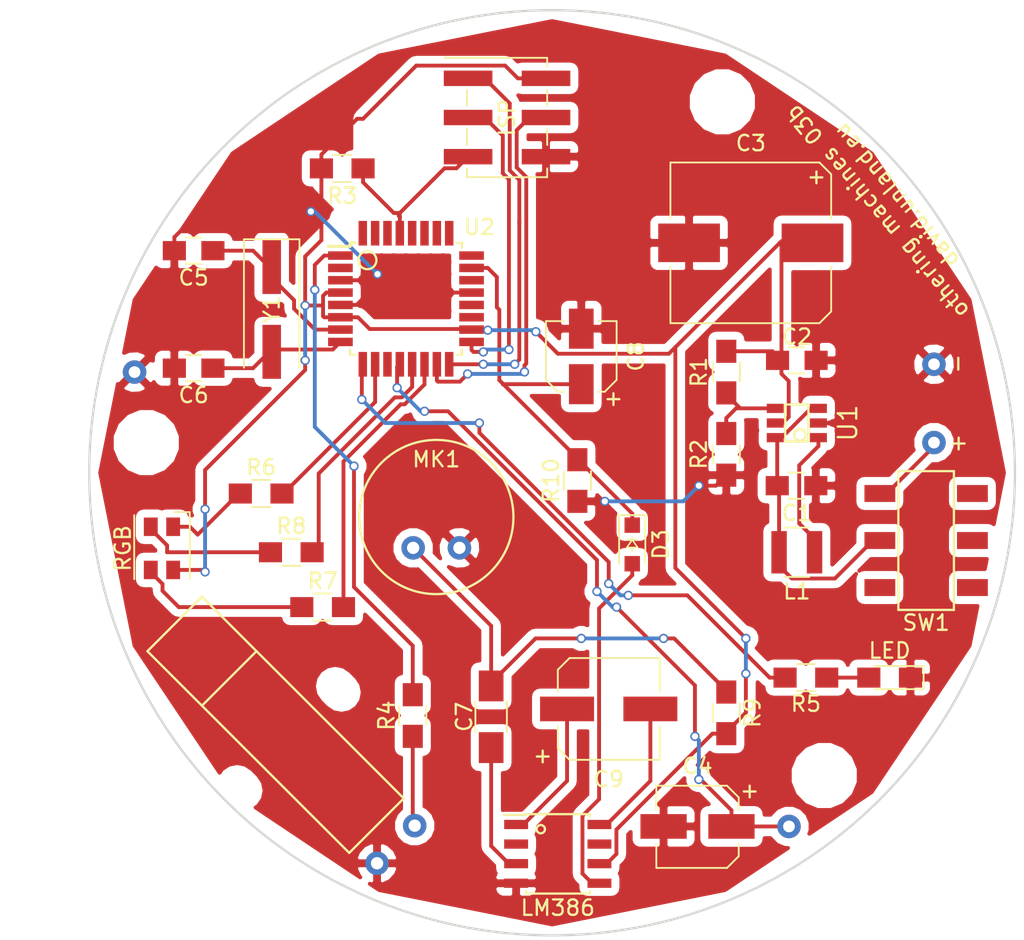
<source format=kicad_pcb>
(kicad_pcb (version 4) (host pcbnew 4.0.7)

  (general
    (links 68)
    (no_connects 0)
    (area 119.924999 69.924999 180.075001 130.075001)
    (thickness 1.6)
    (drawings 2)
    (tracks 303)
    (zones 0)
    (modules 36)
    (nets 45)
  )

  (page A4)
  (layers
    (0 F.Cu signal)
    (31 B.Cu signal)
    (32 B.Adhes user)
    (33 F.Adhes user)
    (34 B.Paste user)
    (35 F.Paste user)
    (36 B.SilkS user)
    (37 F.SilkS user)
    (38 B.Mask user)
    (39 F.Mask user)
    (40 Dwgs.User user)
    (41 Cmts.User user)
    (42 Eco1.User user)
    (43 Eco2.User user)
    (44 Edge.Cuts user)
    (45 Margin user)
    (46 B.CrtYd user)
    (47 F.CrtYd user)
    (48 B.Fab user)
    (49 F.Fab user)
  )

  (setup
    (last_trace_width 0.25)
    (trace_clearance 0.2)
    (zone_clearance 0.508)
    (zone_45_only no)
    (trace_min 0.2)
    (segment_width 0.2)
    (edge_width 0.15)
    (via_size 0.6)
    (via_drill 0.4)
    (via_min_size 0.4)
    (via_min_drill 0.3)
    (uvia_size 0.3)
    (uvia_drill 0.1)
    (uvias_allowed no)
    (uvia_min_size 0.2)
    (uvia_min_drill 0.1)
    (pcb_text_width 0.3)
    (pcb_text_size 1.5 1.5)
    (mod_edge_width 0.15)
    (mod_text_size 1 1)
    (mod_text_width 0.15)
    (pad_size 1.524 1.524)
    (pad_drill 0.762)
    (pad_to_mask_clearance 0.2)
    (aux_axis_origin 0 0)
    (visible_elements 7FFFEFFF)
    (pcbplotparams
      (layerselection 0x00030_80000001)
      (usegerberextensions false)
      (excludeedgelayer true)
      (linewidth 0.100000)
      (plotframeref false)
      (viasonmask false)
      (mode 1)
      (useauxorigin false)
      (hpglpennumber 1)
      (hpglpenspeed 20)
      (hpglpendiameter 15)
      (hpglpenoverlay 2)
      (psnegative false)
      (psa4output false)
      (plotreference true)
      (plotvalue true)
      (plotinvisibletext false)
      (padsonsilk false)
      (subtractmaskfromsilk false)
      (outputformat 1)
      (mirror false)
      (drillshape 1)
      (scaleselection 1)
      (outputdirectory ""))
  )

  (net 0 "")
  (net 1 +2V5)
  (net 2 GND)
  (net 3 "Net-(C1-Pad1)")
  (net 4 /5V)
  (net 5 "Net-(C4-Pad1)")
  (net 6 "Net-(C5-Pad1)")
  (net 7 "Net-(C6-Pad1)")
  (net 8 "Net-(C7-Pad1)")
  (net 9 "Net-(C8-Pad1)")
  (net 10 "Net-(D1-Pad2)")
  (net 11 "Net-(D2-Pad3)")
  (net 12 "Net-(D2-Pad4)")
  (net 13 "Net-(D2-Pad1)")
  (net 14 "Net-(D3-Pad2)")
  (net 15 "Net-(ISP1-Pad1)")
  (net 16 "Net-(ISP1-Pad3)")
  (net 17 "Net-(ISP1-Pad4)")
  (net 18 "Net-(ISP1-Pad5)")
  (net 19 "Net-(L1-Pad1)")
  (net 20 "Net-(M1-Pad1)")
  (net 21 "Net-(R1-Pad2)")
  (net 22 "Net-(R4-Pad2)")
  (net 23 "Net-(R5-Pad2)")
  (net 24 "Net-(R6-Pad2)")
  (net 25 "Net-(R7-Pad2)")
  (net 26 "Net-(R8-Pad2)")
  (net 27 "Net-(C7-Pad2)")
  (net 28 "Net-(C9-Pad1)")
  (net 29 "Net-(C9-Pad2)")
  (net 30 "Net-(U2-Pad2)")
  (net 31 "Net-(U2-Pad11)")
  (net 32 "Net-(U2-Pad19)")
  (net 33 "Net-(U2-Pad20)")
  (net 34 "Net-(U2-Pad22)")
  (net 35 "Net-(U2-Pad24)")
  (net 36 "Net-(U2-Pad25)")
  (net 37 "Net-(U2-Pad26)")
  (net 38 "Net-(U2-Pad27)")
  (net 39 "Net-(U2-Pad28)")
  (net 40 "Net-(U2-Pad30)")
  (net 41 "Net-(U2-Pad31)")
  (net 42 "Net-(U2-Pad32)")
  (net 43 "Net-(U3-Pad2)")
  (net 44 "Net-(U3-Pad7)")

  (net_class Default "This is the default net class."
    (clearance 0.2)
    (trace_width 0.25)
    (via_dia 0.6)
    (via_drill 0.4)
    (uvia_dia 0.3)
    (uvia_drill 0.1)
    (add_net +2V5)
    (add_net /5V)
    (add_net GND)
    (add_net "Net-(C1-Pad1)")
    (add_net "Net-(C4-Pad1)")
    (add_net "Net-(C5-Pad1)")
    (add_net "Net-(C6-Pad1)")
    (add_net "Net-(C7-Pad1)")
    (add_net "Net-(C7-Pad2)")
    (add_net "Net-(C8-Pad1)")
    (add_net "Net-(C9-Pad1)")
    (add_net "Net-(C9-Pad2)")
    (add_net "Net-(D1-Pad2)")
    (add_net "Net-(D2-Pad1)")
    (add_net "Net-(D2-Pad3)")
    (add_net "Net-(D2-Pad4)")
    (add_net "Net-(D3-Pad2)")
    (add_net "Net-(ISP1-Pad1)")
    (add_net "Net-(ISP1-Pad3)")
    (add_net "Net-(ISP1-Pad4)")
    (add_net "Net-(ISP1-Pad5)")
    (add_net "Net-(L1-Pad1)")
    (add_net "Net-(M1-Pad1)")
    (add_net "Net-(R1-Pad2)")
    (add_net "Net-(R4-Pad2)")
    (add_net "Net-(R5-Pad2)")
    (add_net "Net-(R6-Pad2)")
    (add_net "Net-(R7-Pad2)")
    (add_net "Net-(R8-Pad2)")
    (add_net "Net-(U2-Pad11)")
    (add_net "Net-(U2-Pad19)")
    (add_net "Net-(U2-Pad2)")
    (add_net "Net-(U2-Pad20)")
    (add_net "Net-(U2-Pad22)")
    (add_net "Net-(U2-Pad24)")
    (add_net "Net-(U2-Pad25)")
    (add_net "Net-(U2-Pad26)")
    (add_net "Net-(U2-Pad27)")
    (add_net "Net-(U2-Pad28)")
    (add_net "Net-(U2-Pad30)")
    (add_net "Net-(U2-Pad31)")
    (add_net "Net-(U2-Pad32)")
    (add_net "Net-(U3-Pad2)")
    (add_net "Net-(U3-Pad7)")
  )

  (module Capacitors_SMD:C_0805_HandSoldering (layer F.Cu) (tedit 58AA84A8) (tstamp 5B0538F5)
    (at 165.842 100.838)
    (descr "Capacitor SMD 0805, hand soldering")
    (tags "capacitor 0805")
    (path /5B00B931)
    (attr smd)
    (fp_text reference C1 (at 0.02 1.778) (layer F.SilkS)
      (effects (font (size 1 1) (thickness 0.15)))
    )
    (fp_text value 4.7uF (at 2.814 0 90) (layer F.Fab)
      (effects (font (size 1 1) (thickness 0.15)))
    )
    (fp_text user %R (at 0 -1.75) (layer F.Fab)
      (effects (font (size 1 1) (thickness 0.15)))
    )
    (fp_line (start -1 0.62) (end -1 -0.62) (layer F.Fab) (width 0.1))
    (fp_line (start 1 0.62) (end -1 0.62) (layer F.Fab) (width 0.1))
    (fp_line (start 1 -0.62) (end 1 0.62) (layer F.Fab) (width 0.1))
    (fp_line (start -1 -0.62) (end 1 -0.62) (layer F.Fab) (width 0.1))
    (fp_line (start 0.5 -0.85) (end -0.5 -0.85) (layer F.SilkS) (width 0.12))
    (fp_line (start -0.5 0.85) (end 0.5 0.85) (layer F.SilkS) (width 0.12))
    (fp_line (start -2.25 -0.88) (end 2.25 -0.88) (layer F.CrtYd) (width 0.05))
    (fp_line (start -2.25 -0.88) (end -2.25 0.87) (layer F.CrtYd) (width 0.05))
    (fp_line (start 2.25 0.87) (end 2.25 -0.88) (layer F.CrtYd) (width 0.05))
    (fp_line (start 2.25 0.87) (end -2.25 0.87) (layer F.CrtYd) (width 0.05))
    (pad 1 smd rect (at -1.25 0) (size 1.5 1.25) (layers F.Cu F.Paste F.Mask)
      (net 3 "Net-(C1-Pad1)"))
    (pad 2 smd rect (at 1.25 0) (size 1.5 1.25) (layers F.Cu F.Paste F.Mask)
      (net 2 GND))
    (model Capacitors_SMD.3dshapes/C_0805.wrl
      (at (xyz 0 0 0))
      (scale (xyz 1 1 1))
      (rotate (xyz 0 0 0))
    )
  )

  (module Capacitors_SMD:C_0805_HandSoldering (layer F.Cu) (tedit 58AA84A8) (tstamp 5B0538FB)
    (at 165.862 92.71)
    (descr "Capacitor SMD 0805, hand soldering")
    (tags "capacitor 0805")
    (path /5B00BCE0)
    (attr smd)
    (fp_text reference C2 (at 0 -1.524) (layer F.SilkS)
      (effects (font (size 1 1) (thickness 0.15)))
    )
    (fp_text value 10uF (at 0 1.75) (layer F.Fab)
      (effects (font (size 1 1) (thickness 0.15)))
    )
    (fp_text user %R (at 0 -1.75) (layer F.Fab)
      (effects (font (size 1 1) (thickness 0.15)))
    )
    (fp_line (start -1 0.62) (end -1 -0.62) (layer F.Fab) (width 0.1))
    (fp_line (start 1 0.62) (end -1 0.62) (layer F.Fab) (width 0.1))
    (fp_line (start 1 -0.62) (end 1 0.62) (layer F.Fab) (width 0.1))
    (fp_line (start -1 -0.62) (end 1 -0.62) (layer F.Fab) (width 0.1))
    (fp_line (start 0.5 -0.85) (end -0.5 -0.85) (layer F.SilkS) (width 0.12))
    (fp_line (start -0.5 0.85) (end 0.5 0.85) (layer F.SilkS) (width 0.12))
    (fp_line (start -2.25 -0.88) (end 2.25 -0.88) (layer F.CrtYd) (width 0.05))
    (fp_line (start -2.25 -0.88) (end -2.25 0.87) (layer F.CrtYd) (width 0.05))
    (fp_line (start 2.25 0.87) (end 2.25 -0.88) (layer F.CrtYd) (width 0.05))
    (fp_line (start 2.25 0.87) (end -2.25 0.87) (layer F.CrtYd) (width 0.05))
    (pad 1 smd rect (at -1.25 0) (size 1.5 1.25) (layers F.Cu F.Paste F.Mask)
      (net 4 /5V))
    (pad 2 smd rect (at 1.25 0) (size 1.5 1.25) (layers F.Cu F.Paste F.Mask)
      (net 2 GND))
    (model Capacitors_SMD.3dshapes/C_0805.wrl
      (at (xyz 0 0 0))
      (scale (xyz 1 1 1))
      (rotate (xyz 0 0 0))
    )
  )

  (module Capacitors_SMD:CP_Elec_5x5.3 (layer F.Cu) (tedit 58AA8A8F) (tstamp 5B053901)
    (at 159.426 122.936 180)
    (descr "SMT capacitor, aluminium electrolytic, 5x5.3")
    (path /5B052897)
    (attr smd)
    (fp_text reference C4 (at 0 3.92 180) (layer F.SilkS)
      (effects (font (size 1 1) (thickness 0.15)))
    )
    (fp_text value 4.7uF (at 0 -3.92 180) (layer F.Fab)
      (effects (font (size 1 1) (thickness 0.15)))
    )
    (fp_circle (center 0 0) (end 0.3 2.4) (layer F.Fab) (width 0.1))
    (fp_text user + (at -1.37 -0.08 180) (layer F.Fab)
      (effects (font (size 1 1) (thickness 0.15)))
    )
    (fp_text user + (at -3.38 2.34 180) (layer F.SilkS)
      (effects (font (size 1 1) (thickness 0.15)))
    )
    (fp_text user %R (at 0 3.92 180) (layer F.Fab)
      (effects (font (size 1 1) (thickness 0.15)))
    )
    (fp_line (start 2.51 2.49) (end 2.51 -2.54) (layer F.Fab) (width 0.1))
    (fp_line (start -1.84 2.49) (end 2.51 2.49) (layer F.Fab) (width 0.1))
    (fp_line (start -2.51 1.82) (end -1.84 2.49) (layer F.Fab) (width 0.1))
    (fp_line (start -2.51 -1.87) (end -2.51 1.82) (layer F.Fab) (width 0.1))
    (fp_line (start -1.84 -2.54) (end -2.51 -1.87) (layer F.Fab) (width 0.1))
    (fp_line (start 2.51 -2.54) (end -1.84 -2.54) (layer F.Fab) (width 0.1))
    (fp_line (start 2.67 -2.69) (end 2.67 -1.14) (layer F.SilkS) (width 0.12))
    (fp_line (start 2.67 2.64) (end 2.67 1.09) (layer F.SilkS) (width 0.12))
    (fp_line (start -2.67 1.88) (end -2.67 1.09) (layer F.SilkS) (width 0.12))
    (fp_line (start -2.67 -1.93) (end -2.67 -1.14) (layer F.SilkS) (width 0.12))
    (fp_line (start 2.67 -2.69) (end -1.91 -2.69) (layer F.SilkS) (width 0.12))
    (fp_line (start -1.91 -2.69) (end -2.67 -1.93) (layer F.SilkS) (width 0.12))
    (fp_line (start -2.67 1.88) (end -1.91 2.64) (layer F.SilkS) (width 0.12))
    (fp_line (start -1.91 2.64) (end 2.67 2.64) (layer F.SilkS) (width 0.12))
    (fp_line (start -3.95 -2.79) (end 3.95 -2.79) (layer F.CrtYd) (width 0.05))
    (fp_line (start -3.95 -2.79) (end -3.95 2.74) (layer F.CrtYd) (width 0.05))
    (fp_line (start 3.95 2.74) (end 3.95 -2.79) (layer F.CrtYd) (width 0.05))
    (fp_line (start 3.95 2.74) (end -3.95 2.74) (layer F.CrtYd) (width 0.05))
    (pad 1 smd rect (at -2.2 0) (size 3 1.6) (layers F.Cu F.Paste F.Mask)
      (net 5 "Net-(C4-Pad1)"))
    (pad 2 smd rect (at 2.2 0) (size 3 1.6) (layers F.Cu F.Paste F.Mask)
      (net 2 GND))
    (model Capacitors_SMD.3dshapes/CP_Elec_5x5.3.wrl
      (at (xyz 0 0 0))
      (scale (xyz 1 1 1))
      (rotate (xyz 0 0 180))
    )
  )

  (module Capacitors_SMD:C_0805_HandSoldering (layer F.Cu) (tedit 58AA84A8) (tstamp 5B053907)
    (at 126.766 85.598 180)
    (descr "Capacitor SMD 0805, hand soldering")
    (tags "capacitor 0805")
    (path /5A5904B4)
    (attr smd)
    (fp_text reference C5 (at 0 -1.75 180) (layer F.SilkS)
      (effects (font (size 1 1) (thickness 0.15)))
    )
    (fp_text value 22pF (at 0 1.75 180) (layer F.Fab)
      (effects (font (size 1 1) (thickness 0.15)))
    )
    (fp_text user %R (at 0 -1.75 180) (layer F.Fab)
      (effects (font (size 1 1) (thickness 0.15)))
    )
    (fp_line (start -1 0.62) (end -1 -0.62) (layer F.Fab) (width 0.1))
    (fp_line (start 1 0.62) (end -1 0.62) (layer F.Fab) (width 0.1))
    (fp_line (start 1 -0.62) (end 1 0.62) (layer F.Fab) (width 0.1))
    (fp_line (start -1 -0.62) (end 1 -0.62) (layer F.Fab) (width 0.1))
    (fp_line (start 0.5 -0.85) (end -0.5 -0.85) (layer F.SilkS) (width 0.12))
    (fp_line (start -0.5 0.85) (end 0.5 0.85) (layer F.SilkS) (width 0.12))
    (fp_line (start -2.25 -0.88) (end 2.25 -0.88) (layer F.CrtYd) (width 0.05))
    (fp_line (start -2.25 -0.88) (end -2.25 0.87) (layer F.CrtYd) (width 0.05))
    (fp_line (start 2.25 0.87) (end 2.25 -0.88) (layer F.CrtYd) (width 0.05))
    (fp_line (start 2.25 0.87) (end -2.25 0.87) (layer F.CrtYd) (width 0.05))
    (pad 1 smd rect (at -1.25 0 180) (size 1.5 1.25) (layers F.Cu F.Paste F.Mask)
      (net 6 "Net-(C5-Pad1)"))
    (pad 2 smd rect (at 1.25 0 180) (size 1.5 1.25) (layers F.Cu F.Paste F.Mask)
      (net 2 GND))
    (model Capacitors_SMD.3dshapes/C_0805.wrl
      (at (xyz 0 0 0))
      (scale (xyz 1 1 1))
      (rotate (xyz 0 0 0))
    )
  )

  (module Capacitors_SMD:C_0805_HandSoldering (layer F.Cu) (tedit 58AA84A8) (tstamp 5B05390D)
    (at 126.766 93.218 180)
    (descr "Capacitor SMD 0805, hand soldering")
    (tags "capacitor 0805")
    (path /5A590531)
    (attr smd)
    (fp_text reference C6 (at 0 -1.75 180) (layer F.SilkS)
      (effects (font (size 1 1) (thickness 0.15)))
    )
    (fp_text value 22pF (at 0 1.75 180) (layer F.Fab)
      (effects (font (size 1 1) (thickness 0.15)))
    )
    (fp_text user %R (at 0 -1.75 180) (layer F.Fab)
      (effects (font (size 1 1) (thickness 0.15)))
    )
    (fp_line (start -1 0.62) (end -1 -0.62) (layer F.Fab) (width 0.1))
    (fp_line (start 1 0.62) (end -1 0.62) (layer F.Fab) (width 0.1))
    (fp_line (start 1 -0.62) (end 1 0.62) (layer F.Fab) (width 0.1))
    (fp_line (start -1 -0.62) (end 1 -0.62) (layer F.Fab) (width 0.1))
    (fp_line (start 0.5 -0.85) (end -0.5 -0.85) (layer F.SilkS) (width 0.12))
    (fp_line (start -0.5 0.85) (end 0.5 0.85) (layer F.SilkS) (width 0.12))
    (fp_line (start -2.25 -0.88) (end 2.25 -0.88) (layer F.CrtYd) (width 0.05))
    (fp_line (start -2.25 -0.88) (end -2.25 0.87) (layer F.CrtYd) (width 0.05))
    (fp_line (start 2.25 0.87) (end 2.25 -0.88) (layer F.CrtYd) (width 0.05))
    (fp_line (start 2.25 0.87) (end -2.25 0.87) (layer F.CrtYd) (width 0.05))
    (pad 1 smd rect (at -1.25 0 180) (size 1.5 1.25) (layers F.Cu F.Paste F.Mask)
      (net 7 "Net-(C6-Pad1)"))
    (pad 2 smd rect (at 1.25 0 180) (size 1.5 1.25) (layers F.Cu F.Paste F.Mask)
      (net 2 GND))
    (model Capacitors_SMD.3dshapes/C_0805.wrl
      (at (xyz 0 0 0))
      (scale (xyz 1 1 1))
      (rotate (xyz 0 0 0))
    )
  )

  (module Capacitors_SMD:C_1206_HandSoldering (layer F.Cu) (tedit 58AA84D1) (tstamp 5B053913)
    (at 146.05 115.824 90)
    (descr "Capacitor SMD 1206, hand soldering")
    (tags "capacitor 1206")
    (path /5A55E93A)
    (attr smd)
    (fp_text reference C7 (at 0 -1.75 90) (layer F.SilkS)
      (effects (font (size 1 1) (thickness 0.15)))
    )
    (fp_text value 0.1uF (at 0 2 90) (layer F.Fab)
      (effects (font (size 1 1) (thickness 0.15)))
    )
    (fp_text user %R (at 0 -1.75 90) (layer F.Fab)
      (effects (font (size 1 1) (thickness 0.15)))
    )
    (fp_line (start -1.6 0.8) (end -1.6 -0.8) (layer F.Fab) (width 0.1))
    (fp_line (start 1.6 0.8) (end -1.6 0.8) (layer F.Fab) (width 0.1))
    (fp_line (start 1.6 -0.8) (end 1.6 0.8) (layer F.Fab) (width 0.1))
    (fp_line (start -1.6 -0.8) (end 1.6 -0.8) (layer F.Fab) (width 0.1))
    (fp_line (start 1 -1.02) (end -1 -1.02) (layer F.SilkS) (width 0.12))
    (fp_line (start -1 1.02) (end 1 1.02) (layer F.SilkS) (width 0.12))
    (fp_line (start -3.25 -1.05) (end 3.25 -1.05) (layer F.CrtYd) (width 0.05))
    (fp_line (start -3.25 -1.05) (end -3.25 1.05) (layer F.CrtYd) (width 0.05))
    (fp_line (start 3.25 1.05) (end 3.25 -1.05) (layer F.CrtYd) (width 0.05))
    (fp_line (start 3.25 1.05) (end -3.25 1.05) (layer F.CrtYd) (width 0.05))
    (pad 1 smd rect (at -2 0 90) (size 2 1.6) (layers F.Cu F.Paste F.Mask)
      (net 8 "Net-(C7-Pad1)"))
    (pad 2 smd rect (at 2 0 90) (size 2 1.6) (layers F.Cu F.Paste F.Mask)
      (net 27 "Net-(C7-Pad2)"))
    (model Capacitors_SMD.3dshapes/C_1206.wrl
      (at (xyz 0 0 0))
      (scale (xyz 1 1 1))
      (rotate (xyz 0 0 0))
    )
  )

  (module Capacitors_SMD:CP_Elec_4x5.3 (layer F.Cu) (tedit 58AA85FB) (tstamp 5B053919)
    (at 151.892 92.456 90)
    (descr "SMT capacitor, aluminium electrolytic, 4x5.3")
    (path /5A59B569)
    (attr smd)
    (fp_text reference C8 (at 0 3.54 90) (layer F.SilkS)
      (effects (font (size 1 1) (thickness 0.15)))
    )
    (fp_text value 1uF (at 0 -3.54 90) (layer F.Fab)
      (effects (font (size 1 1) (thickness 0.15)))
    )
    (fp_circle (center 0 0) (end 0 2.1) (layer F.Fab) (width 0.1))
    (fp_text user + (at -1.21 -0.08 90) (layer F.Fab)
      (effects (font (size 1 1) (thickness 0.15)))
    )
    (fp_text user + (at -2.77 2.01 90) (layer F.SilkS)
      (effects (font (size 1 1) (thickness 0.15)))
    )
    (fp_text user %R (at 0 3.54 90) (layer F.Fab)
      (effects (font (size 1 1) (thickness 0.15)))
    )
    (fp_line (start 2.13 2.13) (end 2.13 -2.13) (layer F.Fab) (width 0.1))
    (fp_line (start -1.46 2.13) (end 2.13 2.13) (layer F.Fab) (width 0.1))
    (fp_line (start -2.13 1.46) (end -1.46 2.13) (layer F.Fab) (width 0.1))
    (fp_line (start -2.13 -1.46) (end -2.13 1.46) (layer F.Fab) (width 0.1))
    (fp_line (start -1.46 -2.13) (end -2.13 -1.46) (layer F.Fab) (width 0.1))
    (fp_line (start 2.13 -2.13) (end -1.46 -2.13) (layer F.Fab) (width 0.1))
    (fp_line (start -2.29 -1.52) (end -2.29 -1.12) (layer F.SilkS) (width 0.12))
    (fp_line (start 2.29 -2.29) (end 2.29 -1.12) (layer F.SilkS) (width 0.12))
    (fp_line (start 2.29 2.29) (end 2.29 1.12) (layer F.SilkS) (width 0.12))
    (fp_line (start -2.29 1.52) (end -2.29 1.12) (layer F.SilkS) (width 0.12))
    (fp_line (start -1.52 2.29) (end 2.29 2.29) (layer F.SilkS) (width 0.12))
    (fp_line (start -1.52 2.29) (end -2.29 1.52) (layer F.SilkS) (width 0.12))
    (fp_line (start -1.52 -2.29) (end 2.29 -2.29) (layer F.SilkS) (width 0.12))
    (fp_line (start -1.52 -2.29) (end -2.29 -1.52) (layer F.SilkS) (width 0.12))
    (fp_line (start -3.35 -2.39) (end 3.35 -2.39) (layer F.CrtYd) (width 0.05))
    (fp_line (start -3.35 -2.39) (end -3.35 2.38) (layer F.CrtYd) (width 0.05))
    (fp_line (start 3.35 2.38) (end 3.35 -2.39) (layer F.CrtYd) (width 0.05))
    (fp_line (start 3.35 2.38) (end -3.35 2.38) (layer F.CrtYd) (width 0.05))
    (pad 1 smd rect (at -1.8 0 270) (size 2.6 1.6) (layers F.Cu F.Paste F.Mask)
      (net 9 "Net-(C8-Pad1)"))
    (pad 2 smd rect (at 1.8 0 270) (size 2.6 1.6) (layers F.Cu F.Paste F.Mask)
      (net 2 GND))
    (model Capacitors_SMD.3dshapes/CP_Elec_4x5.3.wrl
      (at (xyz 0 0 0))
      (scale (xyz 1 1 1))
      (rotate (xyz 0 0 180))
    )
  )

  (module Capacitors_SMD:CP_Elec_6.3x5.8 (layer F.Cu) (tedit 58AA8B59) (tstamp 5B05391F)
    (at 153.67 115.316)
    (descr "SMT capacitor, aluminium electrolytic, 6.3x5.8")
    (path /5A594696)
    (attr smd)
    (fp_text reference C9 (at 0 4.56) (layer F.SilkS)
      (effects (font (size 1 1) (thickness 0.15)))
    )
    (fp_text value 22uF (at 0 -4.56) (layer F.Fab)
      (effects (font (size 1 1) (thickness 0.15)))
    )
    (fp_circle (center 0 0) (end 0.5 3) (layer F.Fab) (width 0.1))
    (fp_text user + (at -1.75 -0.08) (layer F.Fab)
      (effects (font (size 1 1) (thickness 0.15)))
    )
    (fp_text user + (at -4.28 3.01) (layer F.SilkS)
      (effects (font (size 1 1) (thickness 0.15)))
    )
    (fp_text user %R (at 0 4.56) (layer F.Fab)
      (effects (font (size 1 1) (thickness 0.15)))
    )
    (fp_line (start 3.15 3.15) (end 3.15 -3.15) (layer F.Fab) (width 0.1))
    (fp_line (start -2.48 3.15) (end 3.15 3.15) (layer F.Fab) (width 0.1))
    (fp_line (start -3.15 2.48) (end -2.48 3.15) (layer F.Fab) (width 0.1))
    (fp_line (start -3.15 -2.48) (end -3.15 2.48) (layer F.Fab) (width 0.1))
    (fp_line (start -2.48 -3.15) (end -3.15 -2.48) (layer F.Fab) (width 0.1))
    (fp_line (start 3.15 -3.15) (end -2.48 -3.15) (layer F.Fab) (width 0.1))
    (fp_line (start 3.3 3.3) (end 3.3 1.12) (layer F.SilkS) (width 0.12))
    (fp_line (start 3.3 -3.3) (end 3.3 -1.12) (layer F.SilkS) (width 0.12))
    (fp_line (start -3.3 2.54) (end -3.3 1.12) (layer F.SilkS) (width 0.12))
    (fp_line (start -3.3 -2.54) (end -3.3 -1.12) (layer F.SilkS) (width 0.12))
    (fp_line (start 3.3 3.3) (end -2.54 3.3) (layer F.SilkS) (width 0.12))
    (fp_line (start -2.54 3.3) (end -3.3 2.54) (layer F.SilkS) (width 0.12))
    (fp_line (start -3.3 -2.54) (end -2.54 -3.3) (layer F.SilkS) (width 0.12))
    (fp_line (start -2.54 -3.3) (end 3.3 -3.3) (layer F.SilkS) (width 0.12))
    (fp_line (start -4.7 -3.4) (end 4.7 -3.4) (layer F.CrtYd) (width 0.05))
    (fp_line (start -4.7 -3.4) (end -4.7 3.4) (layer F.CrtYd) (width 0.05))
    (fp_line (start 4.7 3.4) (end 4.7 -3.4) (layer F.CrtYd) (width 0.05))
    (fp_line (start 4.7 3.4) (end -4.7 3.4) (layer F.CrtYd) (width 0.05))
    (pad 1 smd rect (at -2.7 0 180) (size 3.5 1.6) (layers F.Cu F.Paste F.Mask)
      (net 28 "Net-(C9-Pad1)"))
    (pad 2 smd rect (at 2.7 0 180) (size 3.5 1.6) (layers F.Cu F.Paste F.Mask)
      (net 29 "Net-(C9-Pad2)"))
    (model Capacitors_SMD.3dshapes/CP_Elec_6.3x5.8.wrl
      (at (xyz 0 0 0))
      (scale (xyz 1 1 1))
      (rotate (xyz 0 0 180))
    )
  )

  (module LEDs:LED_0805_HandSoldering (layer F.Cu) (tedit 5B055F2F) (tstamp 5B053925)
    (at 171.878 113.284 180)
    (descr "Resistor SMD 0805, hand soldering")
    (tags "resistor 0805")
    (path /5A588D7A)
    (attr smd)
    (fp_text reference D1 (at 0 -1.7 180) (layer F.Fab)
      (effects (font (size 1 1) (thickness 0.15)))
    )
    (fp_text value LED (at 0 1.75 180) (layer F.SilkS)
      (effects (font (size 1 1) (thickness 0.15)))
    )
    (fp_line (start -0.4 -0.4) (end -0.4 0.4) (layer F.Fab) (width 0.1))
    (fp_line (start -0.4 0) (end 0.2 -0.4) (layer F.Fab) (width 0.1))
    (fp_line (start 0.2 0.4) (end -0.4 0) (layer F.Fab) (width 0.1))
    (fp_line (start 0.2 -0.4) (end 0.2 0.4) (layer F.Fab) (width 0.1))
    (fp_line (start -1 0.62) (end -1 -0.62) (layer F.Fab) (width 0.1))
    (fp_line (start 1 0.62) (end -1 0.62) (layer F.Fab) (width 0.1))
    (fp_line (start 1 -0.62) (end 1 0.62) (layer F.Fab) (width 0.1))
    (fp_line (start -1 -0.62) (end 1 -0.62) (layer F.Fab) (width 0.1))
    (fp_line (start 1 0.75) (end -2.2 0.75) (layer F.SilkS) (width 0.12))
    (fp_line (start -2.2 -0.75) (end 1 -0.75) (layer F.SilkS) (width 0.12))
    (fp_line (start -2.35 -0.9) (end 2.35 -0.9) (layer F.CrtYd) (width 0.05))
    (fp_line (start -2.35 -0.9) (end -2.35 0.9) (layer F.CrtYd) (width 0.05))
    (fp_line (start 2.35 0.9) (end 2.35 -0.9) (layer F.CrtYd) (width 0.05))
    (fp_line (start 2.35 0.9) (end -2.35 0.9) (layer F.CrtYd) (width 0.05))
    (fp_line (start -2.2 -0.75) (end -2.2 0.75) (layer F.SilkS) (width 0.12))
    (pad 1 smd rect (at -1.35 0 180) (size 1.5 1.3) (layers F.Cu F.Paste F.Mask)
      (net 2 GND))
    (pad 2 smd rect (at 1.35 0 180) (size 1.5 1.3) (layers F.Cu F.Paste F.Mask)
      (net 10 "Net-(D1-Pad2)"))
    (model ${KISYS3DMOD}/LEDs.3dshapes/LED_0805.wrl
      (at (xyz 0 0 0))
      (scale (xyz 1 1 1))
      (rotate (xyz 0 0 0))
    )
  )

  (module Inductors_SMD:L_Abracon_ASPI-3012S (layer F.Cu) (tedit 5990349C) (tstamp 5B053943)
    (at 165.862 105.156 180)
    (descr "smd shielded power inductor http://www.abracon.com/Magnetics/power/ASPI-3012S.pdf")
    (tags "inductor abracon smd shielded")
    (path /5B00BA8C)
    (attr smd)
    (fp_text reference L1 (at 0 -2.54 180) (layer F.SilkS)
      (effects (font (size 1 1) (thickness 0.15)))
    )
    (fp_text value L (at 0 -2.7 180) (layer F.Fab)
      (effects (font (size 1 1) (thickness 0.15)))
    )
    (fp_text user %R (at 0 0 180) (layer F.Fab)
      (effects (font (size 0.7 0.7) (thickness 0.105)))
    )
    (fp_line (start 2 1.8) (end 2 -1.8) (layer F.CrtYd) (width 0.05))
    (fp_line (start -2 1.8) (end 2 1.8) (layer F.CrtYd) (width 0.05))
    (fp_line (start -2 -1.8) (end -2 1.8) (layer F.CrtYd) (width 0.05))
    (fp_line (start 2 -1.8) (end -2 -1.8) (layer F.CrtYd) (width 0.05))
    (fp_line (start -1 1.3) (end -0.8 1.5) (layer F.Fab) (width 0.1))
    (fp_line (start -1.5 1.3) (end -1 1.3) (layer F.Fab) (width 0.1))
    (fp_line (start -1.5 -1.3) (end -1.5 1.3) (layer F.Fab) (width 0.1))
    (fp_line (start -1 -1.3) (end -1.5 -1.3) (layer F.Fab) (width 0.1))
    (fp_line (start -0.8 -1.5) (end -1 -1.3) (layer F.Fab) (width 0.1))
    (fp_line (start 0.8 -1.5) (end -0.8 -1.5) (layer F.Fab) (width 0.1))
    (fp_line (start 1 -1.3) (end 0.8 -1.5) (layer F.Fab) (width 0.1))
    (fp_line (start 1.5 -1.3) (end 1 -1.3) (layer F.Fab) (width 0.1))
    (fp_line (start 1.5 1.3) (end 1.5 -1.3) (layer F.Fab) (width 0.1))
    (fp_line (start 1 1.3) (end 1.5 1.3) (layer F.Fab) (width 0.1))
    (fp_line (start 0.8 1.5) (end 1 1.3) (layer F.Fab) (width 0.1))
    (fp_line (start -0.8 1.5) (end 0.8 1.5) (layer F.Fab) (width 0.1))
    (fp_line (start -0.8 1.6) (end 0.8 1.6) (layer F.SilkS) (width 0.12))
    (fp_line (start -0.8 -1.6) (end 0.8 -1.6) (layer F.SilkS) (width 0.12))
    (pad 1 smd rect (at -1.15 0 180) (size 1 2.75) (layers F.Cu F.Paste F.Mask)
      (net 19 "Net-(L1-Pad1)"))
    (pad 2 smd rect (at 1.15 0 180) (size 1 2.75) (layers F.Cu F.Paste F.Mask)
      (net 3 "Net-(C1-Pad1)"))
    (model ${KISYS3DMOD}/Inductors_SMD.3dshapes/L_Abracon_ASPI-3012S.wrl
      (at (xyz 0 0 0))
      (scale (xyz 1 1 1))
      (rotate (xyz 0 0 0))
    )
  )

  (module custom:SpeakerDigisoundSAL5050MC locked (layer F.Cu) (tedit 5B055FEC) (tstamp 5B053949)
    (at 150 100)
    (path /5A561634)
    (fp_text reference LS1 (at 0 -15) (layer F.Fab)
      (effects (font (size 1 1) (thickness 0.15)))
    )
    (fp_text value Speaker (at 0 -18.5) (layer F.Fab)
      (effects (font (size 1 1) (thickness 0.15)))
    )
    (fp_circle (center 0 0) (end 25 0) (layer Dwgs.User) (width 0.15))
    (fp_circle (center 0 0) (end 10 0) (layer Dwgs.User) (width 0.15))
    (pad 1 thru_hole circle (at 15.354 22.936) (size 1.524 1.524) (drill 0.762) (layers *.Cu *.Mask)
      (net 5 "Net-(C4-Pad1)"))
    (pad 2 thru_hole circle (at -27.064 -6.528) (size 1.524 1.524) (drill 0.762) (layers *.Cu *.Mask)
      (net 2 GND))
  )

  (module custom:VibrationMotor17x5WithDrillHoles (layer F.Cu) (tedit 5A8AD0C6) (tstamp 5B053951)
    (at 137.558214 121.824175 45)
    (path /5A58B6B5)
    (fp_text reference M1 (at 0 -11.1 45) (layer F.SilkS) hide
      (effects (font (size 1 1) (thickness 0.15)))
    )
    (fp_text value VibrationMotor (at 1.5 -5.3 135) (layer F.Fab)
      (effects (font (size 1 1) (thickness 0.15)))
    )
    (fp_line (start -2.5 -17) (end -2.5 -12) (layer F.SilkS) (width 0.15))
    (fp_line (start 2.5 -17) (end -2.5 -17) (layer F.SilkS) (width 0.15))
    (fp_line (start 2.5 -12) (end 2.5 -17) (layer F.SilkS) (width 0.15))
    (fp_line (start -2.5 -12) (end -2.5 1.5) (layer F.SilkS) (width 0.15))
    (fp_line (start 2.5 -12) (end -2.5 -12) (layer F.SilkS) (width 0.15))
    (fp_line (start 2.5 1.5) (end 2.5 -12) (layer F.SilkS) (width 0.15))
    (fp_line (start -2.5 1.5) (end 2.5 1.5) (layer F.SilkS) (width 0.15))
    (pad 2 thru_hole circle (at -1.7 3.25 45) (size 1.524 1.524) (drill 0.8) (layers *.Cu *.Mask)
      (net 2 GND))
    (pad 1 thru_hole circle (at 1.75 3.25 45) (size 1.524 1.524) (drill 0.8) (layers *.Cu *.Mask)
      (net 20 "Net-(M1-Pad1)"))
    (pad "" np_thru_hole oval (at 4.5 -6.5 45) (size 1.5 2) (drill oval 1.5 2) (layers *.Cu *.Mask))
    (pad "" np_thru_hole oval (at -4.5 -6.5 45) (size 1.5 2) (drill oval 1.5 2) (layers *.Cu *.Mask))
  )

  (module Resistors_SMD:R_0805_HandSoldering (layer F.Cu) (tedit 58E0A804) (tstamp 5B05395D)
    (at 161.29 93.472 270)
    (descr "Resistor SMD 0805, hand soldering")
    (tags "resistor 0805")
    (path /5B00B6B8)
    (attr smd)
    (fp_text reference R1 (at 0 1.778 270) (layer F.SilkS)
      (effects (font (size 1 1) (thickness 0.15)))
    )
    (fp_text value 68K (at 0 1.75 270) (layer F.Fab)
      (effects (font (size 1 1) (thickness 0.15)))
    )
    (fp_text user %R (at 0 0 270) (layer F.Fab)
      (effects (font (size 0.5 0.5) (thickness 0.075)))
    )
    (fp_line (start -1 0.62) (end -1 -0.62) (layer F.Fab) (width 0.1))
    (fp_line (start 1 0.62) (end -1 0.62) (layer F.Fab) (width 0.1))
    (fp_line (start 1 -0.62) (end 1 0.62) (layer F.Fab) (width 0.1))
    (fp_line (start -1 -0.62) (end 1 -0.62) (layer F.Fab) (width 0.1))
    (fp_line (start 0.6 0.88) (end -0.6 0.88) (layer F.SilkS) (width 0.12))
    (fp_line (start -0.6 -0.88) (end 0.6 -0.88) (layer F.SilkS) (width 0.12))
    (fp_line (start -2.35 -0.9) (end 2.35 -0.9) (layer F.CrtYd) (width 0.05))
    (fp_line (start -2.35 -0.9) (end -2.35 0.9) (layer F.CrtYd) (width 0.05))
    (fp_line (start 2.35 0.9) (end 2.35 -0.9) (layer F.CrtYd) (width 0.05))
    (fp_line (start 2.35 0.9) (end -2.35 0.9) (layer F.CrtYd) (width 0.05))
    (pad 1 smd rect (at -1.35 0 270) (size 1.5 1.3) (layers F.Cu F.Paste F.Mask)
      (net 4 /5V))
    (pad 2 smd rect (at 1.35 0 270) (size 1.5 1.3) (layers F.Cu F.Paste F.Mask)
      (net 21 "Net-(R1-Pad2)"))
    (model ${KISYS3DMOD}/Resistors_SMD.3dshapes/R_0805.wrl
      (at (xyz 0 0 0))
      (scale (xyz 1 1 1))
      (rotate (xyz 0 0 0))
    )
  )

  (module Resistors_SMD:R_0805_HandSoldering (layer F.Cu) (tedit 58E0A804) (tstamp 5B053963)
    (at 161.29 98.806 270)
    (descr "Resistor SMD 0805, hand soldering")
    (tags "resistor 0805")
    (path /5B00B71F)
    (attr smd)
    (fp_text reference R2 (at 0 1.778 270) (layer F.SilkS)
      (effects (font (size 1 1) (thickness 0.15)))
    )
    (fp_text value 22K (at 0 1.75 270) (layer F.Fab)
      (effects (font (size 1 1) (thickness 0.15)))
    )
    (fp_text user %R (at 0 0 270) (layer F.Fab)
      (effects (font (size 0.5 0.5) (thickness 0.075)))
    )
    (fp_line (start -1 0.62) (end -1 -0.62) (layer F.Fab) (width 0.1))
    (fp_line (start 1 0.62) (end -1 0.62) (layer F.Fab) (width 0.1))
    (fp_line (start 1 -0.62) (end 1 0.62) (layer F.Fab) (width 0.1))
    (fp_line (start -1 -0.62) (end 1 -0.62) (layer F.Fab) (width 0.1))
    (fp_line (start 0.6 0.88) (end -0.6 0.88) (layer F.SilkS) (width 0.12))
    (fp_line (start -0.6 -0.88) (end 0.6 -0.88) (layer F.SilkS) (width 0.12))
    (fp_line (start -2.35 -0.9) (end 2.35 -0.9) (layer F.CrtYd) (width 0.05))
    (fp_line (start -2.35 -0.9) (end -2.35 0.9) (layer F.CrtYd) (width 0.05))
    (fp_line (start 2.35 0.9) (end 2.35 -0.9) (layer F.CrtYd) (width 0.05))
    (fp_line (start 2.35 0.9) (end -2.35 0.9) (layer F.CrtYd) (width 0.05))
    (pad 1 smd rect (at -1.35 0 270) (size 1.5 1.3) (layers F.Cu F.Paste F.Mask)
      (net 21 "Net-(R1-Pad2)"))
    (pad 2 smd rect (at 1.35 0 270) (size 1.5 1.3) (layers F.Cu F.Paste F.Mask)
      (net 2 GND))
    (model ${KISYS3DMOD}/Resistors_SMD.3dshapes/R_0805.wrl
      (at (xyz 0 0 0))
      (scale (xyz 1 1 1))
      (rotate (xyz 0 0 0))
    )
  )

  (module Resistors_SMD:R_0805_HandSoldering (layer F.Cu) (tedit 58E0A804) (tstamp 5B053969)
    (at 136.398 80.264)
    (descr "Resistor SMD 0805, hand soldering")
    (tags "resistor 0805")
    (path /5A593366)
    (attr smd)
    (fp_text reference R3 (at 0 1.778) (layer F.SilkS)
      (effects (font (size 1 1) (thickness 0.15)))
    )
    (fp_text value 10K (at 0 -1.778) (layer F.Fab)
      (effects (font (size 1 1) (thickness 0.15)))
    )
    (fp_text user %R (at 0 0) (layer F.Fab)
      (effects (font (size 0.5 0.5) (thickness 0.075)))
    )
    (fp_line (start -1 0.62) (end -1 -0.62) (layer F.Fab) (width 0.1))
    (fp_line (start 1 0.62) (end -1 0.62) (layer F.Fab) (width 0.1))
    (fp_line (start 1 -0.62) (end 1 0.62) (layer F.Fab) (width 0.1))
    (fp_line (start -1 -0.62) (end 1 -0.62) (layer F.Fab) (width 0.1))
    (fp_line (start 0.6 0.88) (end -0.6 0.88) (layer F.SilkS) (width 0.12))
    (fp_line (start -0.6 -0.88) (end 0.6 -0.88) (layer F.SilkS) (width 0.12))
    (fp_line (start -2.35 -0.9) (end 2.35 -0.9) (layer F.CrtYd) (width 0.05))
    (fp_line (start -2.35 -0.9) (end -2.35 0.9) (layer F.CrtYd) (width 0.05))
    (fp_line (start 2.35 0.9) (end 2.35 -0.9) (layer F.CrtYd) (width 0.05))
    (fp_line (start 2.35 0.9) (end -2.35 0.9) (layer F.CrtYd) (width 0.05))
    (pad 1 smd rect (at -1.35 0) (size 1.5 1.3) (layers F.Cu F.Paste F.Mask)
      (net 4 /5V))
    (pad 2 smd rect (at 1.35 0) (size 1.5 1.3) (layers F.Cu F.Paste F.Mask)
      (net 18 "Net-(ISP1-Pad5)"))
    (model ${KISYS3DMOD}/Resistors_SMD.3dshapes/R_0805.wrl
      (at (xyz 0 0 0))
      (scale (xyz 1 1 1))
      (rotate (xyz 0 0 0))
    )
  )

  (module Resistors_SMD:R_0805_HandSoldering (layer F.Cu) (tedit 58E0A804) (tstamp 5B05396F)
    (at 140.97 115.744 90)
    (descr "Resistor SMD 0805, hand soldering")
    (tags "resistor 0805")
    (path /5A58B805)
    (attr smd)
    (fp_text reference R4 (at 0 -1.7 90) (layer F.SilkS)
      (effects (font (size 1 1) (thickness 0.15)))
    )
    (fp_text value 22 (at 0 1.75 90) (layer F.Fab)
      (effects (font (size 1 1) (thickness 0.15)))
    )
    (fp_text user %R (at 0 0 90) (layer F.Fab)
      (effects (font (size 0.5 0.5) (thickness 0.075)))
    )
    (fp_line (start -1 0.62) (end -1 -0.62) (layer F.Fab) (width 0.1))
    (fp_line (start 1 0.62) (end -1 0.62) (layer F.Fab) (width 0.1))
    (fp_line (start 1 -0.62) (end 1 0.62) (layer F.Fab) (width 0.1))
    (fp_line (start -1 -0.62) (end 1 -0.62) (layer F.Fab) (width 0.1))
    (fp_line (start 0.6 0.88) (end -0.6 0.88) (layer F.SilkS) (width 0.12))
    (fp_line (start -0.6 -0.88) (end 0.6 -0.88) (layer F.SilkS) (width 0.12))
    (fp_line (start -2.35 -0.9) (end 2.35 -0.9) (layer F.CrtYd) (width 0.05))
    (fp_line (start -2.35 -0.9) (end -2.35 0.9) (layer F.CrtYd) (width 0.05))
    (fp_line (start 2.35 0.9) (end 2.35 -0.9) (layer F.CrtYd) (width 0.05))
    (fp_line (start 2.35 0.9) (end -2.35 0.9) (layer F.CrtYd) (width 0.05))
    (pad 1 smd rect (at -1.35 0 90) (size 1.5 1.3) (layers F.Cu F.Paste F.Mask)
      (net 20 "Net-(M1-Pad1)"))
    (pad 2 smd rect (at 1.35 0 90) (size 1.5 1.3) (layers F.Cu F.Paste F.Mask)
      (net 22 "Net-(R4-Pad2)"))
    (model ${KISYS3DMOD}/Resistors_SMD.3dshapes/R_0805.wrl
      (at (xyz 0 0 0))
      (scale (xyz 1 1 1))
      (rotate (xyz 0 0 0))
    )
  )

  (module Resistors_SMD:R_0805_HandSoldering (layer F.Cu) (tedit 58E0A804) (tstamp 5B053975)
    (at 166.45 113.284 180)
    (descr "Resistor SMD 0805, hand soldering")
    (tags "resistor 0805")
    (path /5A5896FB)
    (attr smd)
    (fp_text reference R5 (at 0 -1.7 180) (layer F.SilkS)
      (effects (font (size 1 1) (thickness 0.15)))
    )
    (fp_text value 220 (at 0 1.75 180) (layer F.Fab)
      (effects (font (size 1 1) (thickness 0.15)))
    )
    (fp_text user %R (at 0 0 180) (layer F.Fab)
      (effects (font (size 0.5 0.5) (thickness 0.075)))
    )
    (fp_line (start -1 0.62) (end -1 -0.62) (layer F.Fab) (width 0.1))
    (fp_line (start 1 0.62) (end -1 0.62) (layer F.Fab) (width 0.1))
    (fp_line (start 1 -0.62) (end 1 0.62) (layer F.Fab) (width 0.1))
    (fp_line (start -1 -0.62) (end 1 -0.62) (layer F.Fab) (width 0.1))
    (fp_line (start 0.6 0.88) (end -0.6 0.88) (layer F.SilkS) (width 0.12))
    (fp_line (start -0.6 -0.88) (end 0.6 -0.88) (layer F.SilkS) (width 0.12))
    (fp_line (start -2.35 -0.9) (end 2.35 -0.9) (layer F.CrtYd) (width 0.05))
    (fp_line (start -2.35 -0.9) (end -2.35 0.9) (layer F.CrtYd) (width 0.05))
    (fp_line (start 2.35 0.9) (end 2.35 -0.9) (layer F.CrtYd) (width 0.05))
    (fp_line (start 2.35 0.9) (end -2.35 0.9) (layer F.CrtYd) (width 0.05))
    (pad 1 smd rect (at -1.35 0 180) (size 1.5 1.3) (layers F.Cu F.Paste F.Mask)
      (net 10 "Net-(D1-Pad2)"))
    (pad 2 smd rect (at 1.35 0 180) (size 1.5 1.3) (layers F.Cu F.Paste F.Mask)
      (net 23 "Net-(R5-Pad2)"))
    (model ${KISYS3DMOD}/Resistors_SMD.3dshapes/R_0805.wrl
      (at (xyz 0 0 0))
      (scale (xyz 1 1 1))
      (rotate (xyz 0 0 0))
    )
  )

  (module Resistors_SMD:R_0805_HandSoldering (layer F.Cu) (tedit 58E0A804) (tstamp 5B05397B)
    (at 131.144 101.346)
    (descr "Resistor SMD 0805, hand soldering")
    (tags "resistor 0805")
    (path /5A5883B2)
    (attr smd)
    (fp_text reference R6 (at 0 -1.7) (layer F.SilkS)
      (effects (font (size 1 1) (thickness 0.15)))
    )
    (fp_text value 1175 (at 0 1.75) (layer F.Fab)
      (effects (font (size 1 1) (thickness 0.15)))
    )
    (fp_text user %R (at 0 0) (layer F.Fab)
      (effects (font (size 0.5 0.5) (thickness 0.075)))
    )
    (fp_line (start -1 0.62) (end -1 -0.62) (layer F.Fab) (width 0.1))
    (fp_line (start 1 0.62) (end -1 0.62) (layer F.Fab) (width 0.1))
    (fp_line (start 1 -0.62) (end 1 0.62) (layer F.Fab) (width 0.1))
    (fp_line (start -1 -0.62) (end 1 -0.62) (layer F.Fab) (width 0.1))
    (fp_line (start 0.6 0.88) (end -0.6 0.88) (layer F.SilkS) (width 0.12))
    (fp_line (start -0.6 -0.88) (end 0.6 -0.88) (layer F.SilkS) (width 0.12))
    (fp_line (start -2.35 -0.9) (end 2.35 -0.9) (layer F.CrtYd) (width 0.05))
    (fp_line (start -2.35 -0.9) (end -2.35 0.9) (layer F.CrtYd) (width 0.05))
    (fp_line (start 2.35 0.9) (end 2.35 -0.9) (layer F.CrtYd) (width 0.05))
    (fp_line (start 2.35 0.9) (end -2.35 0.9) (layer F.CrtYd) (width 0.05))
    (pad 1 smd rect (at -1.35 0) (size 1.5 1.3) (layers F.Cu F.Paste F.Mask)
      (net 13 "Net-(D2-Pad1)"))
    (pad 2 smd rect (at 1.35 0) (size 1.5 1.3) (layers F.Cu F.Paste F.Mask)
      (net 24 "Net-(R6-Pad2)"))
    (model ${KISYS3DMOD}/Resistors_SMD.3dshapes/R_0805.wrl
      (at (xyz 0 0 0))
      (scale (xyz 1 1 1))
      (rotate (xyz 0 0 0))
    )
  )

  (module Resistors_SMD:R_0805_HandSoldering (layer F.Cu) (tedit 58E0A804) (tstamp 5B053981)
    (at 135.128 108.712)
    (descr "Resistor SMD 0805, hand soldering")
    (tags "resistor 0805")
    (path /5A5884E4)
    (attr smd)
    (fp_text reference R7 (at 0 -1.7) (layer F.SilkS)
      (effects (font (size 1 1) (thickness 0.15)))
    )
    (fp_text value 1175 (at 0 1.75) (layer F.Fab)
      (effects (font (size 1 1) (thickness 0.15)))
    )
    (fp_text user %R (at 0 0) (layer F.Fab)
      (effects (font (size 0.5 0.5) (thickness 0.075)))
    )
    (fp_line (start -1 0.62) (end -1 -0.62) (layer F.Fab) (width 0.1))
    (fp_line (start 1 0.62) (end -1 0.62) (layer F.Fab) (width 0.1))
    (fp_line (start 1 -0.62) (end 1 0.62) (layer F.Fab) (width 0.1))
    (fp_line (start -1 -0.62) (end 1 -0.62) (layer F.Fab) (width 0.1))
    (fp_line (start 0.6 0.88) (end -0.6 0.88) (layer F.SilkS) (width 0.12))
    (fp_line (start -0.6 -0.88) (end 0.6 -0.88) (layer F.SilkS) (width 0.12))
    (fp_line (start -2.35 -0.9) (end 2.35 -0.9) (layer F.CrtYd) (width 0.05))
    (fp_line (start -2.35 -0.9) (end -2.35 0.9) (layer F.CrtYd) (width 0.05))
    (fp_line (start 2.35 0.9) (end 2.35 -0.9) (layer F.CrtYd) (width 0.05))
    (fp_line (start 2.35 0.9) (end -2.35 0.9) (layer F.CrtYd) (width 0.05))
    (pad 1 smd rect (at -1.35 0) (size 1.5 1.3) (layers F.Cu F.Paste F.Mask)
      (net 11 "Net-(D2-Pad3)"))
    (pad 2 smd rect (at 1.35 0) (size 1.5 1.3) (layers F.Cu F.Paste F.Mask)
      (net 25 "Net-(R7-Pad2)"))
    (model ${KISYS3DMOD}/Resistors_SMD.3dshapes/R_0805.wrl
      (at (xyz 0 0 0))
      (scale (xyz 1 1 1))
      (rotate (xyz 0 0 0))
    )
  )

  (module Resistors_SMD:R_0805_HandSoldering (layer F.Cu) (tedit 58E0A804) (tstamp 5B053987)
    (at 133.096 105.156)
    (descr "Resistor SMD 0805, hand soldering")
    (tags "resistor 0805")
    (path /5A58854C)
    (attr smd)
    (fp_text reference R8 (at 0 -1.7) (layer F.SilkS)
      (effects (font (size 1 1) (thickness 0.15)))
    )
    (fp_text value 1600 (at 0 1.75) (layer F.Fab)
      (effects (font (size 1 1) (thickness 0.15)))
    )
    (fp_text user %R (at 0 0) (layer F.Fab)
      (effects (font (size 0.5 0.5) (thickness 0.075)))
    )
    (fp_line (start -1 0.62) (end -1 -0.62) (layer F.Fab) (width 0.1))
    (fp_line (start 1 0.62) (end -1 0.62) (layer F.Fab) (width 0.1))
    (fp_line (start 1 -0.62) (end 1 0.62) (layer F.Fab) (width 0.1))
    (fp_line (start -1 -0.62) (end 1 -0.62) (layer F.Fab) (width 0.1))
    (fp_line (start 0.6 0.88) (end -0.6 0.88) (layer F.SilkS) (width 0.12))
    (fp_line (start -0.6 -0.88) (end 0.6 -0.88) (layer F.SilkS) (width 0.12))
    (fp_line (start -2.35 -0.9) (end 2.35 -0.9) (layer F.CrtYd) (width 0.05))
    (fp_line (start -2.35 -0.9) (end -2.35 0.9) (layer F.CrtYd) (width 0.05))
    (fp_line (start 2.35 0.9) (end 2.35 -0.9) (layer F.CrtYd) (width 0.05))
    (fp_line (start 2.35 0.9) (end -2.35 0.9) (layer F.CrtYd) (width 0.05))
    (pad 1 smd rect (at -1.35 0) (size 1.5 1.3) (layers F.Cu F.Paste F.Mask)
      (net 12 "Net-(D2-Pad4)"))
    (pad 2 smd rect (at 1.35 0) (size 1.5 1.3) (layers F.Cu F.Paste F.Mask)
      (net 26 "Net-(R8-Pad2)"))
    (model ${KISYS3DMOD}/Resistors_SMD.3dshapes/R_0805.wrl
      (at (xyz 0 0 0))
      (scale (xyz 1 1 1))
      (rotate (xyz 0 0 0))
    )
  )

  (module Resistors_SMD:R_0805_HandSoldering (layer F.Cu) (tedit 58E0A804) (tstamp 5B05398D)
    (at 161.29 115.57 270)
    (descr "Resistor SMD 0805, hand soldering")
    (tags "resistor 0805")
    (path /5A55EA93)
    (attr smd)
    (fp_text reference R9 (at 0 -1.7 270) (layer F.SilkS)
      (effects (font (size 1 1) (thickness 0.15)))
    )
    (fp_text value 30K (at 0 1.75 270) (layer F.Fab)
      (effects (font (size 1 1) (thickness 0.15)))
    )
    (fp_text user %R (at 0 0 270) (layer F.Fab)
      (effects (font (size 0.5 0.5) (thickness 0.075)))
    )
    (fp_line (start -1 0.62) (end -1 -0.62) (layer F.Fab) (width 0.1))
    (fp_line (start 1 0.62) (end -1 0.62) (layer F.Fab) (width 0.1))
    (fp_line (start 1 -0.62) (end 1 0.62) (layer F.Fab) (width 0.1))
    (fp_line (start -1 -0.62) (end 1 -0.62) (layer F.Fab) (width 0.1))
    (fp_line (start 0.6 0.88) (end -0.6 0.88) (layer F.SilkS) (width 0.12))
    (fp_line (start -0.6 -0.88) (end 0.6 -0.88) (layer F.SilkS) (width 0.12))
    (fp_line (start -2.35 -0.9) (end 2.35 -0.9) (layer F.CrtYd) (width 0.05))
    (fp_line (start -2.35 -0.9) (end -2.35 0.9) (layer F.CrtYd) (width 0.05))
    (fp_line (start 2.35 0.9) (end 2.35 -0.9) (layer F.CrtYd) (width 0.05))
    (fp_line (start 2.35 0.9) (end -2.35 0.9) (layer F.CrtYd) (width 0.05))
    (pad 1 smd rect (at -1.35 0 270) (size 1.5 1.3) (layers F.Cu F.Paste F.Mask)
      (net 27 "Net-(C7-Pad2)"))
    (pad 2 smd rect (at 1.35 0 270) (size 1.5 1.3) (layers F.Cu F.Paste F.Mask)
      (net 4 /5V))
    (model ${KISYS3DMOD}/Resistors_SMD.3dshapes/R_0805.wrl
      (at (xyz 0 0 0))
      (scale (xyz 1 1 1))
      (rotate (xyz 0 0 0))
    )
  )

  (module Resistors_SMD:R_0805_HandSoldering (layer F.Cu) (tedit 58E0A804) (tstamp 5B053993)
    (at 151.638 100.504 90)
    (descr "Resistor SMD 0805, hand soldering")
    (tags "resistor 0805")
    (path /5A55FD56)
    (attr smd)
    (fp_text reference R10 (at 0 -1.7 90) (layer F.SilkS)
      (effects (font (size 1 1) (thickness 0.15)))
    )
    (fp_text value 2.2K (at 0 1.75 90) (layer F.Fab)
      (effects (font (size 1 1) (thickness 0.15)))
    )
    (fp_text user %R (at 0 0 90) (layer F.Fab)
      (effects (font (size 0.5 0.5) (thickness 0.075)))
    )
    (fp_line (start -1 0.62) (end -1 -0.62) (layer F.Fab) (width 0.1))
    (fp_line (start 1 0.62) (end -1 0.62) (layer F.Fab) (width 0.1))
    (fp_line (start 1 -0.62) (end 1 0.62) (layer F.Fab) (width 0.1))
    (fp_line (start -1 -0.62) (end 1 -0.62) (layer F.Fab) (width 0.1))
    (fp_line (start 0.6 0.88) (end -0.6 0.88) (layer F.SilkS) (width 0.12))
    (fp_line (start -0.6 -0.88) (end 0.6 -0.88) (layer F.SilkS) (width 0.12))
    (fp_line (start -2.35 -0.9) (end 2.35 -0.9) (layer F.CrtYd) (width 0.05))
    (fp_line (start -2.35 -0.9) (end -2.35 0.9) (layer F.CrtYd) (width 0.05))
    (fp_line (start 2.35 0.9) (end 2.35 -0.9) (layer F.CrtYd) (width 0.05))
    (fp_line (start 2.35 0.9) (end -2.35 0.9) (layer F.CrtYd) (width 0.05))
    (pad 1 smd rect (at -1.35 0 90) (size 1.5 1.3) (layers F.Cu F.Paste F.Mask)
      (net 2 GND))
    (pad 2 smd rect (at 1.35 0 90) (size 1.5 1.3) (layers F.Cu F.Paste F.Mask)
      (net 9 "Net-(C8-Pad1)"))
    (model ${KISYS3DMOD}/Resistors_SMD.3dshapes/R_0805.wrl
      (at (xyz 0 0 0))
      (scale (xyz 1 1 1))
      (rotate (xyz 0 0 0))
    )
  )

  (module custom:switch_SMDslide_JS202011SCQN (layer F.Cu) (tedit 5A71FCAA) (tstamp 5B05399D)
    (at 174.244 104.394 270)
    (path /5A58AC01)
    (fp_text reference SW1 (at 5.334 0 360) (layer F.SilkS)
      (effects (font (size 1 1) (thickness 0.15)))
    )
    (fp_text value SW_DIP_x01 (at 0 -0.254 270) (layer F.Fab)
      (effects (font (size 1 1) (thickness 0.15)))
    )
    (fp_line (start -4.5 1.8) (end -4.5 -1.8) (layer F.SilkS) (width 0.15))
    (fp_line (start 4.5 -1.8) (end 4.5 1.8) (layer F.SilkS) (width 0.15))
    (fp_line (start 4.5 1.8) (end -4.5 1.8) (layer F.SilkS) (width 0.15))
    (fp_line (start 4.5 -1.8) (end -4.5 -1.8) (layer F.SilkS) (width 0.15))
    (pad 1 smd rect (at -3.05 3 270) (size 1.1 2) (layers F.Cu F.Paste F.Mask)
      (net 1 +2V5))
    (pad 2 smd rect (at 0 3 270) (size 1.1 2) (layers F.Cu F.Paste F.Mask)
      (net 3 "Net-(C1-Pad1)"))
    (pad 3 smd rect (at 3.05 3 270) (size 1.1 2) (layers F.Cu F.Paste F.Mask))
    (pad 5 smd rect (at 0 -3 270) (size 1.1 2) (layers F.Cu F.Paste F.Mask))
    (pad 4 smd rect (at -3.05 -3 270) (size 1.1 2) (layers F.Cu F.Paste F.Mask))
    (pad 6 smd rect (at 3.05 -3 270) (size 1.1 2) (layers F.Cu F.Paste F.Mask))
  )

  (module Mounting_Holes:MountingHole_3.2mm_M3 (layer F.Cu) (tedit 5B0548EF) (tstamp 5B055819)
    (at 123.698 98.044)
    (descr "Mounting Hole 3.2mm, no annular, M3")
    (tags "mounting hole 3.2mm no annular m3")
    (attr virtual)
    (fp_text reference REF** (at 0 -4.2) (layer F.SilkS) hide
      (effects (font (size 1 1) (thickness 0.15)))
    )
    (fp_text value MountingHole_3.2mm_M3 (at 0 4.2) (layer F.Fab)
      (effects (font (size 1 1) (thickness 0.15)))
    )
    (fp_text user %R (at 0.3 0) (layer F.Fab)
      (effects (font (size 1 1) (thickness 0.15)))
    )
    (fp_circle (center 0 0) (end 3.2 0) (layer Cmts.User) (width 0.15))
    (fp_circle (center 0 0) (end 3.45 0) (layer F.CrtYd) (width 0.05))
    (pad 1 np_thru_hole circle (at 0 0) (size 3.2 3.2) (drill 3.2) (layers *.Cu *.Mask))
  )

  (module Mounting_Holes:MountingHole_3.2mm_M3 (layer F.Cu) (tedit 5B0548F2) (tstamp 5B05581E)
    (at 161.036 75.946)
    (descr "Mounting Hole 3.2mm, no annular, M3")
    (tags "mounting hole 3.2mm no annular m3")
    (attr virtual)
    (fp_text reference REF** (at 0 -4.2) (layer F.SilkS) hide
      (effects (font (size 1 1) (thickness 0.15)))
    )
    (fp_text value MountingHole_3.2mm_M3 (at 0 4.2) (layer F.Fab)
      (effects (font (size 1 1) (thickness 0.15)))
    )
    (fp_text user %R (at 0.3 0) (layer F.Fab)
      (effects (font (size 1 1) (thickness 0.15)))
    )
    (fp_circle (center 0 0) (end 3.2 0) (layer Cmts.User) (width 0.15))
    (fp_circle (center 0 0) (end 3.45 0) (layer F.CrtYd) (width 0.05))
    (pad 1 np_thru_hole circle (at 0 0) (size 3.2 3.2) (drill 3.2) (layers *.Cu *.Mask))
  )

  (module Mounting_Holes:MountingHole_3.2mm_M3 (layer F.Cu) (tedit 5B0548EC) (tstamp 5B05581F)
    (at 167.64 119.634)
    (descr "Mounting Hole 3.2mm, no annular, M3")
    (tags "mounting hole 3.2mm no annular m3")
    (attr virtual)
    (fp_text reference REF** (at 0 -4.2) (layer F.SilkS) hide
      (effects (font (size 1 1) (thickness 0.15)))
    )
    (fp_text value MountingHole_3.2mm_M3 (at 0 4.2) (layer F.Fab)
      (effects (font (size 1 1) (thickness 0.15)))
    )
    (fp_text user %R (at 0.3 0) (layer F.Fab)
      (effects (font (size 1 1) (thickness 0.15)))
    )
    (fp_circle (center 0 0) (end 3.2 0) (layer Cmts.User) (width 0.15))
    (fp_circle (center 0 0) (end 3.45 0) (layer F.CrtYd) (width 0.05))
    (pad 1 np_thru_hole circle (at 0 0) (size 3.2 3.2) (drill 3.2) (layers *.Cu *.Mask))
  )

  (module custom:D_SOD-323_HandSoldering (layer F.Cu) (tedit 5B05604D) (tstamp 5B053933)
    (at 155.194 104.648 270)
    (descr SOD-323)
    (tags SOD-323)
    (path /5A55F283)
    (attr smd)
    (fp_text reference D3 (at 0 -1.85 270) (layer F.SilkS)
      (effects (font (size 1 1) (thickness 0.15)))
    )
    (fp_text value D (at 0.1 1.9 270) (layer F.Fab)
      (effects (font (size 1 1) (thickness 0.15)))
    )
    (fp_text user %R (at 0 -1.85 270) (layer F.Fab)
      (effects (font (size 1 1) (thickness 0.15)))
    )
    (fp_line (start -1.9 -0.85) (end -1.9 0.85) (layer F.SilkS) (width 0.12))
    (fp_line (start 0.2 0) (end 0.45 0) (layer F.SilkS) (width 0.1))
    (fp_line (start 0.2 0.35) (end -0.3 0) (layer F.SilkS) (width 0.1))
    (fp_line (start 0.2 -0.35) (end 0.2 0.35) (layer F.SilkS) (width 0.1))
    (fp_line (start -0.3 0) (end 0.2 -0.35) (layer F.SilkS) (width 0.1))
    (fp_line (start -0.3 0) (end -0.5 0) (layer F.SilkS) (width 0.1))
    (fp_line (start -0.3 -0.35) (end -0.3 0.35) (layer F.SilkS) (width 0.1))
    (fp_line (start -0.9 0.7) (end -0.9 -0.7) (layer F.Fab) (width 0.1))
    (fp_line (start 0.9 0.7) (end -0.9 0.7) (layer F.Fab) (width 0.1))
    (fp_line (start 0.9 -0.7) (end 0.9 0.7) (layer F.Fab) (width 0.1))
    (fp_line (start -0.9 -0.7) (end 0.9 -0.7) (layer F.Fab) (width 0.1))
    (fp_line (start -2 -0.95) (end 2 -0.95) (layer F.CrtYd) (width 0.05))
    (fp_line (start 2 -0.95) (end 2 0.95) (layer F.CrtYd) (width 0.05))
    (fp_line (start -2 0.95) (end 2 0.95) (layer F.CrtYd) (width 0.05))
    (fp_line (start -2 -0.95) (end -2 0.95) (layer F.CrtYd) (width 0.05))
    (fp_line (start -1.9 0.85) (end 1.25 0.85) (layer F.SilkS) (width 0.12))
    (fp_line (start -1.9 -0.85) (end 1.25 -0.85) (layer F.SilkS) (width 0.12))
    (pad 1 smd rect (at -1.25 0 270) (size 1 1) (layers F.Cu F.Paste F.Mask)
      (net 9 "Net-(C8-Pad1)"))
    (pad 2 smd rect (at 1.25 0 270) (size 1 1) (layers F.Cu F.Paste F.Mask)
      (net 14 "Net-(D3-Pad2)"))
    (model ${KISYS3DMOD}/Diodes_SMD.3dshapes/D_SOD-323.wrl
      (at (xyz 0 0 0))
      (scale (xyz 1 1 1))
      (rotate (xyz 0 0 0))
    )
  )

  (module custom:SOIC-8_3.9x4.9mm_Pitch1.27mm (layer F.Cu) (tedit 5B05398E) (tstamp 5B0539D7)
    (at 150.368 124.714)
    (descr "8-Lead Plastic Small Outline (SN) - Narrow, 3.90 mm Body [SOIC] (see Microchip Packaging Specification 00000049BS.pdf)")
    (tags "SOIC 1.27")
    (path /5A55E171)
    (attr smd)
    (fp_text reference U3 (at 0 -3.5) (layer F.Fab)
      (effects (font (size 1 1) (thickness 0.15)))
    )
    (fp_text value LM386 (at 0 3.5) (layer F.SilkS)
      (effects (font (size 1 1) (thickness 0.15)))
    )
    (fp_circle (center -1.1 -1.6) (end -0.85 -1.5) (layer F.SilkS) (width 0.15))
    (fp_text user %R (at 0 0) (layer F.Fab)
      (effects (font (size 1 1) (thickness 0.15)))
    )
    (fp_line (start -0.95 -2.45) (end 1.95 -2.45) (layer F.Fab) (width 0.1))
    (fp_line (start 1.95 -2.45) (end 1.95 2.45) (layer F.Fab) (width 0.1))
    (fp_line (start 1.95 2.45) (end -1.95 2.45) (layer F.Fab) (width 0.1))
    (fp_line (start -1.95 2.45) (end -1.95 -1.45) (layer F.Fab) (width 0.1))
    (fp_line (start -1.95 -1.45) (end -0.95 -2.45) (layer F.Fab) (width 0.1))
    (fp_line (start -3.73 -2.7) (end -3.73 2.7) (layer F.CrtYd) (width 0.05))
    (fp_line (start 3.73 -2.7) (end 3.73 2.7) (layer F.CrtYd) (width 0.05))
    (fp_line (start -3.73 -2.7) (end 3.73 -2.7) (layer F.CrtYd) (width 0.05))
    (fp_line (start -3.73 2.7) (end 3.73 2.7) (layer F.CrtYd) (width 0.05))
    (fp_line (start -2.075 -2.575) (end -2.075 -2.525) (layer F.SilkS) (width 0.15))
    (fp_line (start 2.075 -2.575) (end 2.075 -2.43) (layer F.SilkS) (width 0.15))
    (fp_line (start 2.075 2.575) (end 2.075 2.43) (layer F.SilkS) (width 0.15))
    (fp_line (start -2.075 2.575) (end -2.075 2.43) (layer F.SilkS) (width 0.15))
    (fp_line (start -2.075 -2.575) (end 2.075 -2.575) (layer F.SilkS) (width 0.15))
    (fp_line (start -2.075 2.575) (end 2.075 2.575) (layer F.SilkS) (width 0.15))
    (fp_line (start -2.075 -2.525) (end -3.475 -2.525) (layer F.SilkS) (width 0.15))
    (pad 1 smd rect (at -2.7 -1.905) (size 1.55 0.6) (layers F.Cu F.Paste F.Mask)
      (net 28 "Net-(C9-Pad1)"))
    (pad 2 smd rect (at -2.7 -0.635) (size 1.55 0.6) (layers F.Cu F.Paste F.Mask)
      (net 43 "Net-(U3-Pad2)"))
    (pad 3 smd rect (at -2.7 0.635) (size 1.55 0.6) (layers F.Cu F.Paste F.Mask)
      (net 8 "Net-(C7-Pad1)"))
    (pad 4 smd rect (at -2.7 1.905) (size 1.55 0.6) (layers F.Cu F.Paste F.Mask)
      (net 2 GND))
    (pad 5 smd rect (at 2.7 1.905) (size 1.55 0.6) (layers F.Cu F.Paste F.Mask)
      (net 14 "Net-(D3-Pad2)"))
    (pad 6 smd rect (at 2.7 0.635) (size 1.55 0.6) (layers F.Cu F.Paste F.Mask)
      (net 4 /5V))
    (pad 7 smd rect (at 2.7 -0.635) (size 1.55 0.6) (layers F.Cu F.Paste F.Mask)
      (net 44 "Net-(U3-Pad7)"))
    (pad 8 smd rect (at 2.7 -1.905) (size 1.55 0.6) (layers F.Cu F.Paste F.Mask)
      (net 29 "Net-(C9-Pad2)"))
    (model ${KISYS3DMOD}/Housings_SOIC.3dshapes/SOIC-8_3.9x4.9mm_Pitch1.27mm.wrl
      (at (xyz 0 0 0))
      (scale (xyz 1 1 1))
      (rotate (xyz 0 0 0))
    )
  )

  (module Capacitors_SMD:CP_Elec_10x10.5 (layer F.Cu) (tedit 58AA917F) (tstamp 5B054E0E)
    (at 162.878 85.09 180)
    (descr "SMT capacitor, aluminium electrolytic, 10x10.5")
    (path /5B057583)
    (attr smd)
    (fp_text reference C3 (at 0 6.46 180) (layer F.SilkS)
      (effects (font (size 1 1) (thickness 0.15)))
    )
    (fp_text value 1000uF (at 0 -6.46 180) (layer F.Fab)
      (effects (font (size 1 1) (thickness 0.15)))
    )
    (fp_circle (center 0 0) (end 0 5) (layer F.Fab) (width 0.1))
    (fp_text user + (at -2.91 -0.08 180) (layer F.Fab)
      (effects (font (size 1 1) (thickness 0.15)))
    )
    (fp_text user + (at -4.254 4.318 180) (layer F.SilkS)
      (effects (font (size 1 1) (thickness 0.15)))
    )
    (fp_text user %R (at 0 6.46 180) (layer F.Fab)
      (effects (font (size 1 1) (thickness 0.15)))
    )
    (fp_line (start -5.21 -4.45) (end -5.21 -1.56) (layer F.SilkS) (width 0.12))
    (fp_line (start -5.21 4.45) (end -5.21 1.56) (layer F.SilkS) (width 0.12))
    (fp_line (start 5.21 5.21) (end 5.21 1.56) (layer F.SilkS) (width 0.12))
    (fp_line (start 5.21 -5.21) (end 5.21 -1.56) (layer F.SilkS) (width 0.12))
    (fp_line (start 5.05 5.05) (end 5.05 -5.05) (layer F.Fab) (width 0.1))
    (fp_line (start -4.38 5.05) (end 5.05 5.05) (layer F.Fab) (width 0.1))
    (fp_line (start -5.05 4.38) (end -4.38 5.05) (layer F.Fab) (width 0.1))
    (fp_line (start -5.05 -4.38) (end -5.05 4.38) (layer F.Fab) (width 0.1))
    (fp_line (start -4.38 -5.05) (end -5.05 -4.38) (layer F.Fab) (width 0.1))
    (fp_line (start 5.05 -5.05) (end -4.38 -5.05) (layer F.Fab) (width 0.1))
    (fp_line (start 5.21 5.21) (end -4.45 5.21) (layer F.SilkS) (width 0.12))
    (fp_line (start -4.45 5.21) (end -5.21 4.45) (layer F.SilkS) (width 0.12))
    (fp_line (start -5.21 -4.45) (end -4.45 -5.21) (layer F.SilkS) (width 0.12))
    (fp_line (start -4.45 -5.21) (end 5.21 -5.21) (layer F.SilkS) (width 0.12))
    (fp_line (start -6.25 -5.31) (end 6.25 -5.31) (layer F.CrtYd) (width 0.05))
    (fp_line (start -6.25 -5.31) (end -6.25 5.3) (layer F.CrtYd) (width 0.05))
    (fp_line (start 6.25 5.3) (end 6.25 -5.31) (layer F.CrtYd) (width 0.05))
    (fp_line (start 6.25 5.3) (end -6.25 5.3) (layer F.CrtYd) (width 0.05))
    (pad 1 smd rect (at -4 0) (size 4 2.5) (layers F.Cu F.Paste F.Mask)
      (net 4 /5V))
    (pad 2 smd rect (at 4 0) (size 4 2.5) (layers F.Cu F.Paste F.Mask)
      (net 2 GND))
    (model Capacitors_SMD.3dshapes/CP_Elec_10x10.5.wrl
      (at (xyz 0 0 0))
      (scale (xyz 1 1 1))
      (rotate (xyz 0 0 180))
    )
  )

  (module custom:BatteryConnector (layer F.Cu) (tedit 5ABC754E) (tstamp 5B0538EF)
    (at 174.752 95.504 90)
    (path /5A71D7BF)
    (autoplace_cost90 4)
    (fp_text reference BT1 (at 0.02 -2.24 90) (layer F.Fab)
      (effects (font (size 1 1) (thickness 0.15)))
    )
    (fp_text value Battery (at 0 2.74 90) (layer F.Fab)
      (effects (font (size 1 1) (thickness 0.15)))
    )
    (fp_text user - (at 2.575 1.5 90) (layer F.SilkS)
      (effects (font (size 1 1) (thickness 0.15)))
    )
    (fp_text user + (at -2.6 1.525 90) (layer F.SilkS)
      (effects (font (size 1 1) (thickness 0.15)))
    )
    (pad 1 thru_hole circle (at -2.54 0 90) (size 1.524 1.524) (drill 0.762) (layers *.Cu *.Mask)
      (net 1 +2V5))
    (pad 2 thru_hole circle (at 2.54 0 90) (size 1.524 1.524) (drill 0.762) (layers *.Cu *.Mask)
      (net 2 GND))
  )

  (module custom:TQFP-32_7x7mm_Pitch0.8mm (layer F.Cu) (tedit 5B28B45F) (tstamp 5B0539CB)
    (at 140.53 88.716)
    (descr "32-Lead Plastic Thin Quad Flatpack (PT) - 7x7x1.0 mm Body, 2.00 mm [TQFP] (see Microchip Packaging Specification 00000049BS.pdf)")
    (tags "QFP 0.8")
    (path /5A55CCEA)
    (attr smd)
    (fp_text reference U2 (at 4.758 -4.642) (layer F.SilkS)
      (effects (font (size 1 1) (thickness 0.15)))
    )
    (fp_text value ATMEGA328P-AU (at 0 6.05) (layer F.Fab)
      (effects (font (size 1 1) (thickness 0.15)))
    )
    (fp_circle (center -2.5 -2.5) (end -2.075 -2.1) (layer F.SilkS) (width 0.15))
    (fp_text user %R (at 0 0) (layer F.Fab)
      (effects (font (size 1 1) (thickness 0.15)))
    )
    (fp_line (start -2.5 -3.5) (end 3.5 -3.5) (layer F.Fab) (width 0.15))
    (fp_line (start 3.5 -3.5) (end 3.5 3.5) (layer F.Fab) (width 0.15))
    (fp_line (start 3.5 3.5) (end -3.5 3.5) (layer F.Fab) (width 0.15))
    (fp_line (start -3.5 3.5) (end -3.5 -2.5) (layer F.Fab) (width 0.15))
    (fp_line (start -3.5 -2.5) (end -2.5 -3.5) (layer F.Fab) (width 0.15))
    (fp_line (start -5.3 -5.3) (end -5.3 5.3) (layer F.CrtYd) (width 0.05))
    (fp_line (start 5.3 -5.3) (end 5.3 5.3) (layer F.CrtYd) (width 0.05))
    (fp_line (start -5.3 -5.3) (end 5.3 -5.3) (layer F.CrtYd) (width 0.05))
    (fp_line (start -5.3 5.3) (end 5.3 5.3) (layer F.CrtYd) (width 0.05))
    (fp_line (start -3.625 -3.625) (end -3.625 -3.4) (layer F.SilkS) (width 0.2))
    (fp_line (start 3.625 -3.625) (end 3.625 -3.3) (layer F.SilkS) (width 0.15))
    (fp_line (start 3.625 3.625) (end 3.625 3.3) (layer F.SilkS) (width 0.15))
    (fp_line (start -3.625 3.625) (end -3.625 3.3) (layer F.SilkS) (width 0.15))
    (fp_line (start -3.625 -3.625) (end -3.3 -3.625) (layer F.SilkS) (width 0.2))
    (fp_line (start -3.625 3.625) (end -3.3 3.625) (layer F.SilkS) (width 0.15))
    (fp_line (start 3.625 3.625) (end 3.3 3.625) (layer F.SilkS) (width 0.15))
    (fp_line (start 3.625 -3.625) (end 3.3 -3.625) (layer F.SilkS) (width 0.15))
    (fp_line (start -3.625 -3.4) (end -5.05 -3.4) (layer F.SilkS) (width 0.2))
    (pad 1 smd rect (at -4.25 -2.8) (size 1.6 0.55) (layers F.Cu F.Paste F.Mask)
      (net 22 "Net-(R4-Pad2)"))
    (pad 2 smd rect (at -4.25 -2) (size 1.6 0.55) (layers F.Cu F.Paste F.Mask)
      (net 30 "Net-(U2-Pad2)"))
    (pad 3 smd rect (at -4.25 -1.2) (size 1.6 0.55) (layers F.Cu F.Paste F.Mask)
      (net 2 GND))
    (pad 4 smd rect (at -4.25 -0.4) (size 1.6 0.55) (layers F.Cu F.Paste F.Mask)
      (net 4 /5V))
    (pad 5 smd rect (at -4.25 0.4) (size 1.6 0.55) (layers F.Cu F.Paste F.Mask)
      (net 2 GND))
    (pad 6 smd rect (at -4.25 1.2) (size 1.6 0.55) (layers F.Cu F.Paste F.Mask)
      (net 4 /5V))
    (pad 7 smd rect (at -4.25 2) (size 1.6 0.55) (layers F.Cu F.Paste F.Mask)
      (net 6 "Net-(C5-Pad1)"))
    (pad 8 smd rect (at -4.25 2.8) (size 1.6 0.55) (layers F.Cu F.Paste F.Mask)
      (net 7 "Net-(C6-Pad1)"))
    (pad 9 smd rect (at -2.8 4.25 90) (size 1.6 0.55) (layers F.Cu F.Paste F.Mask)
      (net 23 "Net-(R5-Pad2)"))
    (pad 10 smd rect (at -2 4.25 90) (size 1.6 0.55) (layers F.Cu F.Paste F.Mask)
      (net 24 "Net-(R6-Pad2)"))
    (pad 11 smd rect (at -1.2 4.25 90) (size 1.6 0.55) (layers F.Cu F.Paste F.Mask)
      (net 31 "Net-(U2-Pad11)"))
    (pad 12 smd rect (at -0.4 4.25 90) (size 1.6 0.55) (layers F.Cu F.Paste F.Mask)
      (net 5 "Net-(C4-Pad1)"))
    (pad 13 smd rect (at 0.4 4.25 90) (size 1.6 0.55) (layers F.Cu F.Paste F.Mask)
      (net 26 "Net-(R8-Pad2)"))
    (pad 14 smd rect (at 1.2 4.25 90) (size 1.6 0.55) (layers F.Cu F.Paste F.Mask)
      (net 25 "Net-(R7-Pad2)"))
    (pad 15 smd rect (at 2 4.25 90) (size 1.6 0.55) (layers F.Cu F.Paste F.Mask)
      (net 17 "Net-(ISP1-Pad4)"))
    (pad 16 smd rect (at 2.8 4.25 90) (size 1.6 0.55) (layers F.Cu F.Paste F.Mask)
      (net 15 "Net-(ISP1-Pad1)"))
    (pad 17 smd rect (at 4.25 2.8) (size 1.6 0.55) (layers F.Cu F.Paste F.Mask)
      (net 16 "Net-(ISP1-Pad3)"))
    (pad 18 smd rect (at 4.25 2) (size 1.6 0.55) (layers F.Cu F.Paste F.Mask)
      (net 4 /5V))
    (pad 19 smd rect (at 4.25 1.2) (size 1.6 0.55) (layers F.Cu F.Paste F.Mask)
      (net 32 "Net-(U2-Pad19)"))
    (pad 20 smd rect (at 4.25 0.4) (size 1.6 0.55) (layers F.Cu F.Paste F.Mask)
      (net 33 "Net-(U2-Pad20)"))
    (pad 21 smd rect (at 4.25 -0.4) (size 1.6 0.55) (layers F.Cu F.Paste F.Mask)
      (net 2 GND))
    (pad 22 smd rect (at 4.25 -1.2) (size 1.6 0.55) (layers F.Cu F.Paste F.Mask)
      (net 34 "Net-(U2-Pad22)"))
    (pad 23 smd rect (at 4.25 -2) (size 1.6 0.55) (layers F.Cu F.Paste F.Mask)
      (net 9 "Net-(C8-Pad1)"))
    (pad 24 smd rect (at 4.25 -2.8) (size 1.6 0.55) (layers F.Cu F.Paste F.Mask)
      (net 35 "Net-(U2-Pad24)"))
    (pad 25 smd rect (at 2.8 -4.25 90) (size 1.6 0.55) (layers F.Cu F.Paste F.Mask)
      (net 36 "Net-(U2-Pad25)"))
    (pad 26 smd rect (at 2 -4.25 90) (size 1.6 0.55) (layers F.Cu F.Paste F.Mask)
      (net 37 "Net-(U2-Pad26)"))
    (pad 27 smd rect (at 1.2 -4.25 90) (size 1.6 0.55) (layers F.Cu F.Paste F.Mask)
      (net 38 "Net-(U2-Pad27)"))
    (pad 28 smd rect (at 0.4 -4.25 90) (size 1.6 0.55) (layers F.Cu F.Paste F.Mask)
      (net 39 "Net-(U2-Pad28)"))
    (pad 29 smd rect (at -0.4 -4.25 90) (size 1.6 0.55) (layers F.Cu F.Paste F.Mask)
      (net 18 "Net-(ISP1-Pad5)"))
    (pad 30 smd rect (at -1.2 -4.25 90) (size 1.6 0.55) (layers F.Cu F.Paste F.Mask)
      (net 40 "Net-(U2-Pad30)"))
    (pad 31 smd rect (at -2 -4.25 90) (size 1.6 0.55) (layers F.Cu F.Paste F.Mask)
      (net 41 "Net-(U2-Pad31)"))
    (pad 32 smd rect (at -2.8 -4.25 90) (size 1.6 0.55) (layers F.Cu F.Paste F.Mask)
      (net 42 "Net-(U2-Pad32)"))
    (model ${KISYS3DMOD}/Housings_QFP.3dshapes/TQFP-32_7x7mm_Pitch0.8mm.wrl
      (at (xyz 0 0 0))
      (scale (xyz 1 1 1))
      (rotate (xyz 0 0 0))
    )
  )

  (module custom:MCP1640TIchy (layer F.Cu) (tedit 5B28B50A) (tstamp 5B0539A7)
    (at 165.862 96.774 90)
    (path /5B009D96)
    (fp_text reference U1 (at 0 3.302 270) (layer F.SilkS)
      (effects (font (size 1.2 1.2) (thickness 0.15)))
    )
    (fp_text value MCP1640 (at 0 2.794 90) (layer F.Fab)
      (effects (font (size 0.8 0.8) (thickness 0.12)))
    )
    (fp_line (start -1.2 -0.75) (end -1.2 0.75) (layer F.SilkS) (width 0.15))
    (fp_line (start 1.2 -0.75) (end 1.2 0.75) (layer F.SilkS) (width 0.15))
    (fp_circle (center -0.775832 0.2) (end -0.400832 0.175) (layer F.SilkS) (width 0.15))
    (fp_line (start -1.2 -0.75) (end 1.175 -0.75) (layer F.SilkS) (width 0.15))
    (fp_line (start 1.2 0.75) (end -1.2 0.75) (layer F.SilkS) (width 0.15))
    (pad 6 smd rect (at -0.95 -1.4 90) (size 0.6 1.1) (layers F.Cu F.Paste F.Mask)
      (net 3 "Net-(C1-Pad1)"))
    (pad 1 smd rect (at -0.95 1.4 90) (size 0.6 1.1) (layers F.Cu F.Paste F.Mask)
      (net 19 "Net-(L1-Pad1)"))
    (pad 5 smd rect (at 0 -1.4 90) (size 0.6 1.1) (layers F.Cu F.Paste F.Mask)
      (net 4 /5V))
    (pad 2 smd rect (at 0 1.4 90) (size 0.6 1.1) (layers F.Cu F.Paste F.Mask)
      (net 2 GND))
    (pad 4 smd rect (at 0.95 -1.4 90) (size 0.6 1.1) (layers F.Cu F.Paste F.Mask)
      (net 21 "Net-(R1-Pad2)"))
    (pad 3 smd rect (at 0.95 1.4 90) (size 0.6 1.1) (layers F.Cu F.Paste F.Mask)
      (net 3 "Net-(C1-Pad1)"))
  )

  (module custom:Crystal_SMD_ABRACON_ABLS7M2 (layer F.Cu) (tedit 5B28B9E6) (tstamp 5B0539DD)
    (at 131.826 89.408 270)
    (descr "SMD Crystal SERIES SMD2520/2 http://www.icbase.com/File/PDF/HKC/HKC00061008.pdf, hand-soldering, 5.0x3.2mm^2 package")
    (tags "SMD SMT crystal hand-soldering")
    (path /5A58FBFE)
    (attr smd)
    (fp_text reference Y1 (at 0 0 270) (layer F.SilkS)
      (effects (font (size 1 1) (thickness 0.15)))
    )
    (fp_text value 16MHz (at 0 2.8 270) (layer F.Fab)
      (effects (font (size 1 1) (thickness 0.15)))
    )
    (fp_text user %R (at 0 0 270) (layer F.Fab)
      (effects (font (size 1 1) (thickness 0.15)))
    )
    (fp_line (start -3.3 -1.6) (end 3.3 -1.6) (layer F.Fab) (width 0.1))
    (fp_line (start 3.3 -1.6) (end 3.5 -1.4) (layer F.Fab) (width 0.1))
    (fp_line (start 3.5 -1.4) (end 3.5 1.4) (layer F.Fab) (width 0.1))
    (fp_line (start 3.5 1.4) (end 3.3 1.6) (layer F.Fab) (width 0.1))
    (fp_line (start 3.3 1.6) (end -3.3 1.6) (layer F.Fab) (width 0.1))
    (fp_line (start -3.3 1.6) (end -3.5 1.4) (layer F.Fab) (width 0.1))
    (fp_line (start -3.5 1.4) (end -3.5 -1.4) (layer F.Fab) (width 0.1))
    (fp_line (start -3.5 -1.4) (end -3.3 -1.6) (layer F.Fab) (width 0.1))
    (fp_line (start -2.5 0.6) (end -1.5 1.6) (layer F.Fab) (width 0.1))
    (fp_line (start 3.775 -1.8) (end -4.55 -1.8) (layer F.SilkS) (width 0.12))
    (fp_line (start -4.55 -1.8) (end -4.55 1.8) (layer F.SilkS) (width 0.12))
    (fp_line (start -4.55 1.8) (end 3.775 1.8) (layer F.SilkS) (width 0.12))
    (fp_line (start -4.6 -1.9) (end -4.6 1.9) (layer F.CrtYd) (width 0.05))
    (fp_line (start -4.6 1.9) (end 4.6 1.9) (layer F.CrtYd) (width 0.05))
    (fp_line (start 4.6 1.9) (end 4.6 -1.9) (layer F.CrtYd) (width 0.05))
    (fp_line (start 4.6 -1.9) (end -4.6 -1.9) (layer F.CrtYd) (width 0.05))
    (fp_circle (center 0 0) (end 0.4 0) (layer F.Adhes) (width 0.1))
    (fp_circle (center 0 0) (end 0.333333 0) (layer F.Adhes) (width 0.133333))
    (fp_circle (center 0 0) (end 0.213333 0) (layer F.Adhes) (width 0.133333))
    (fp_circle (center 0 0) (end 0.093333 0) (layer F.Adhes) (width 0.186667))
    (pad 1 smd rect (at -2.75 0 270) (size 3.5 1.2) (layers F.Cu F.Paste F.Mask)
      (net 6 "Net-(C5-Pad1)"))
    (pad 2 smd rect (at 2.75 0 270) (size 3.5 1.2) (layers F.Cu F.Paste F.Mask)
      (net 7 "Net-(C6-Pad1)"))
    (model ${KISYS3DMOD}/Crystals.3dshapes/Crystal_SMD_5032-2pin_5.0x3.2mm_HandSoldering.wrl
      (at (xyz 0 0 0))
      (scale (xyz 0.393701 0.393701 0.393701))
      (rotate (xyz 0 0 0))
    )
  )

  (module custom:LED_RCGB_AAA3528 (layer F.Cu) (tedit 5B0548BB) (tstamp 5B05392D)
    (at 124.714 104.902 90)
    (descr http://www.world-semi.com/uploads/soft/150522/1-150522091P5.pdf)
    (tags "LED NeoPixel")
    (path /5AC36C4B)
    (attr smd)
    (fp_text reference RGB (at 0 -2.54 90) (layer F.SilkS)
      (effects (font (size 1 1) (thickness 0.15)))
    )
    (fp_text value LED_RAGB (at 0 2.794 90) (layer F.Fab) hide
      (effects (font (size 1 1) (thickness 0.15)))
    )
    (fp_line (start 2.45 -1.85) (end -2.1 -1.85) (layer F.CrtYd) (width 0.05))
    (fp_line (start 2.45 1.85) (end 2.45 -1.85) (layer F.CrtYd) (width 0.05))
    (fp_line (start -2.1 1.85) (end 2.45 1.85) (layer F.CrtYd) (width 0.05))
    (fp_line (start -2.1 -1.85) (end -2.1 1.85) (layer F.CrtYd) (width 0.05))
    (fp_line (start 1.6 0.8) (end 1.05 1.35) (layer F.Fab) (width 0.1))
    (fp_line (start -1.6 1.4) (end -1.6 -1.4) (layer F.Fab) (width 0.1))
    (fp_line (start -1.6 1.4) (end 1.6 1.4) (layer F.Fab) (width 0.1))
    (fp_line (start 1.6 -1.4) (end 1.6 1.4) (layer F.Fab) (width 0.1))
    (fp_line (start 1.6 -1.4) (end -1.6 -1.4) (layer F.Fab) (width 0.1))
    (fp_line (start -2 -1.8) (end 2.15 -1.8) (layer F.SilkS) (width 0.12))
    (fp_line (start -2 1.8) (end 2.35 1.8) (layer F.SilkS) (width 0.12))
    (fp_line (start 2.35 1.8) (end 2.35 0.8) (layer F.SilkS) (width 0.12))
    (fp_circle (center 0 0) (end 0 -1.2) (layer F.Fab) (width 0.1))
    (pad 3 smd rect (at -1.4 -0.725 90) (size 1.2 0.9) (layers F.Cu F.Paste F.Mask)
      (net 11 "Net-(D2-Pad3)"))
    (pad 4 smd rect (at 1.4 -0.725 90) (size 1.2 0.9) (layers F.Cu F.Paste F.Mask)
      (net 12 "Net-(D2-Pad4)"))
    (pad 2 smd rect (at -1.4 0.725 90) (size 1.2 0.9) (layers F.Cu F.Paste F.Mask)
      (net 4 /5V))
    (pad 1 smd rect (at 1.4 0.725 90) (size 1.2 0.9) (layers F.Cu F.Paste F.Mask)
      (net 13 "Net-(D2-Pad1)"))
    (model ${KISYS3DMOD}/LEDs.3dshapes/LED_WS2812B-PLCC4.wrl
      (at (xyz 0 0 0))
      (scale (xyz 0.39 0.39 0.39))
      (rotate (xyz 0 0 180))
    )
  )

  (module custom:Microphone_Electret_WM52 (layer F.Cu) (tedit 5B28BC17) (tstamp 5B053957)
    (at 142.494 102.87)
    (path /5A55EE71)
    (fp_text reference MK1 (at -0.000532 -3.740922) (layer F.SilkS)
      (effects (font (size 1 1) (thickness 0.15)))
    )
    (fp_text value Microphone (at 0 6.55) (layer F.Fab)
      (effects (font (size 1 1) (thickness 0.15)))
    )
    (fp_circle (center 0 0) (end 5 -0.05) (layer F.SilkS) (width 0.15))
    (pad 1 thru_hole circle (at -1.5 2) (size 1.524 1.524) (drill 0.8) (layers *.Cu *.Mask)
      (net 27 "Net-(C7-Pad2)"))
    (pad 2 thru_hole circle (at 1.5 2) (size 1.524 1.524) (drill 0.8) (layers *.Cu *.Mask)
      (net 2 GND))
  )

  (module custom:Pin_Header_Straight_2x03_Pitch2.54mm_SMD (layer F.Cu) (tedit 5B28F1AE) (tstamp 5B05393D)
    (at 147.081 76.962)
    (descr "surface-mounted straight pin header, 2x03, 2.54mm pitch, double rows")
    (tags "Surface mounted pin header SMD 2x03 2.54mm double row")
    (path /5A55DD7E)
    (attr smd)
    (fp_text reference ISP1 (at 0 -4.87) (layer F.Fab)
      (effects (font (size 1 1) (thickness 0.15)))
    )
    (fp_text value AVR-ISP-6 (at 0 4.87) (layer F.Fab)
      (effects (font (size 1 1) (thickness 0.15)))
    )
    (fp_line (start 2.54 3.81) (end -2.54 3.81) (layer F.Fab) (width 0.1))
    (fp_line (start -1.59 -3.81) (end 2.54 -3.81) (layer F.Fab) (width 0.1))
    (fp_line (start -2.54 3.81) (end -2.54 -2.86) (layer F.Fab) (width 0.1))
    (fp_line (start -2.54 -2.86) (end -1.59 -3.81) (layer F.Fab) (width 0.1))
    (fp_line (start 2.54 -3.81) (end 2.54 3.81) (layer F.Fab) (width 0.1))
    (fp_line (start -2.54 -2.86) (end -3.6 -2.86) (layer F.Fab) (width 0.1))
    (fp_line (start -3.6 -2.86) (end -3.6 -2.22) (layer F.Fab) (width 0.1))
    (fp_line (start -3.6 -2.22) (end -2.54 -2.22) (layer F.Fab) (width 0.1))
    (fp_line (start 2.54 -2.86) (end 3.6 -2.86) (layer F.Fab) (width 0.1))
    (fp_line (start 3.6 -2.86) (end 3.6 -2.22) (layer F.Fab) (width 0.1))
    (fp_line (start 3.6 -2.22) (end 2.54 -2.22) (layer F.Fab) (width 0.1))
    (fp_line (start -2.54 -0.32) (end -3.6 -0.32) (layer F.Fab) (width 0.1))
    (fp_line (start -3.6 -0.32) (end -3.6 0.32) (layer F.Fab) (width 0.1))
    (fp_line (start -3.6 0.32) (end -2.54 0.32) (layer F.Fab) (width 0.1))
    (fp_line (start 2.54 -0.32) (end 3.6 -0.32) (layer F.Fab) (width 0.1))
    (fp_line (start 3.6 -0.32) (end 3.6 0.32) (layer F.Fab) (width 0.1))
    (fp_line (start 3.6 0.32) (end 2.54 0.32) (layer F.Fab) (width 0.1))
    (fp_line (start -2.54 2.22) (end -3.6 2.22) (layer F.Fab) (width 0.1))
    (fp_line (start -3.6 2.22) (end -3.6 2.86) (layer F.Fab) (width 0.1))
    (fp_line (start -3.6 2.86) (end -2.54 2.86) (layer F.Fab) (width 0.1))
    (fp_line (start 2.54 2.22) (end 3.6 2.22) (layer F.Fab) (width 0.1))
    (fp_line (start 3.6 2.22) (end 3.6 2.86) (layer F.Fab) (width 0.1))
    (fp_line (start 3.6 2.86) (end 2.54 2.86) (layer F.Fab) (width 0.1))
    (fp_line (start -2.6 -3.87) (end 2.6 -3.87) (layer F.SilkS) (width 0.12))
    (fp_line (start -2.6 3.87) (end 2.6 3.87) (layer F.SilkS) (width 0.12))
    (fp_line (start -4.04 -3.87) (end -2.6 -3.87) (layer F.SilkS) (width 0.12))
    (fp_line (start 2.6 -3.87) (end 2.6 -3.3) (layer F.SilkS) (width 0.12))
    (fp_line (start -2.6 3.3) (end -2.6 3.87) (layer F.SilkS) (width 0.12))
    (fp_line (start 2.6 3.3) (end 2.6 3.87) (layer F.SilkS) (width 0.12))
    (fp_line (start -2.6 -1.78) (end -2.6 -0.76) (layer F.SilkS) (width 0.12))
    (fp_line (start 2.6 -1.78) (end 2.6 -0.76) (layer F.SilkS) (width 0.12))
    (fp_line (start -2.6 0.76) (end -2.6 1.78) (layer F.SilkS) (width 0.12))
    (fp_line (start 2.6 0.76) (end 2.6 1.78) (layer F.SilkS) (width 0.12))
    (fp_line (start -5.9 -4.35) (end -5.9 4.35) (layer F.CrtYd) (width 0.05))
    (fp_line (start -5.9 4.35) (end 5.9 4.35) (layer F.CrtYd) (width 0.05))
    (fp_line (start 5.9 4.35) (end 5.9 -4.35) (layer F.CrtYd) (width 0.05))
    (fp_line (start 5.9 -4.35) (end -5.9 -4.35) (layer F.CrtYd) (width 0.05))
    (fp_text user ISP (at 0 0 90) (layer F.SilkS)
      (effects (font (size 1 1) (thickness 0.15)))
    )
    (pad 1 smd rect (at -2.525 -2.54) (size 3.15 1) (layers F.Cu F.Paste F.Mask)
      (net 15 "Net-(ISP1-Pad1)"))
    (pad 2 smd rect (at 2.525 -2.54) (size 3.15 1) (layers F.Cu F.Paste F.Mask)
      (net 4 /5V))
    (pad 3 smd rect (at -2.525 0) (size 3.15 1) (layers F.Cu F.Paste F.Mask)
      (net 16 "Net-(ISP1-Pad3)"))
    (pad 4 smd rect (at 2.525 0) (size 3.15 1) (layers F.Cu F.Paste F.Mask)
      (net 17 "Net-(ISP1-Pad4)"))
    (pad 5 smd rect (at -2.525 2.54) (size 3.15 1) (layers F.Cu F.Paste F.Mask)
      (net 18 "Net-(ISP1-Pad5)"))
    (pad 6 smd rect (at 2.525 2.54) (size 3.15 1) (layers F.Cu F.Paste F.Mask)
      (net 2 GND))
    (model ${KISYS3DMOD}/Pin_Headers.3dshapes/Pin_Header_Straight_2x03_Pitch2.54mm_SMD.wrl
      (at (xyz 0 0 0))
      (scale (xyz 1 1 1))
      (rotate (xyz 0 0 0))
    )
  )

  (gr_text "othering machines 03b\ndavid.unland.eu" (at 171.704 82.55 130) (layer F.SilkS)
    (effects (font (size 1 1) (thickness 0.15)))
  )
  (gr_circle (center 150 100) (end 180 100) (layer Edge.Cuts) (width 0.15))

  (segment (start 171.244 101.344) (end 171.694 101.344) (width 0.25) (layer F.Cu) (net 1))
  (segment (start 171.694 101.344) (end 174.752 98.286) (width 0.25) (layer F.Cu) (net 1))
  (segment (start 174.752 98.286) (end 174.752 98.044) (width 0.25) (layer F.Cu) (net 1))
  (segment (start 159.512 100.838) (end 160.608 100.838) (width 0.25) (layer F.Cu) (net 2))
  (segment (start 160.608 100.838) (end 161.29 100.156) (width 0.25) (layer F.Cu) (net 2))
  (segment (start 153.416 101.854) (end 158.496 101.854) (width 0.25) (layer B.Cu) (net 2))
  (segment (start 158.496 101.854) (end 159.512 100.838) (width 0.25) (layer B.Cu) (net 2))
  (via (at 159.512 100.838) (size 0.6) (drill 0.4) (layers F.Cu B.Cu) (net 2))
  (segment (start 151.638 101.854) (end 153.416 101.854) (width 0.25) (layer F.Cu) (net 2))
  (via (at 153.416 101.854) (size 0.6) (drill 0.4) (layers F.Cu B.Cu) (net 2))
  (segment (start 137.33 89.116) (end 138.13 88.316) (width 0.25) (layer F.Cu) (net 2))
  (segment (start 138.13 88.316) (end 144.78 88.316) (width 0.25) (layer F.Cu) (net 2))
  (segment (start 136.28 87.516) (end 138.29 87.516) (width 0.25) (layer F.Cu) (net 2))
  (segment (start 138.29 87.516) (end 138.684 87.122) (width 0.25) (layer F.Cu) (net 2))
  (segment (start 160.862 100.584) (end 161.29 100.156) (width 0.25) (layer F.Cu) (net 2))
  (segment (start 125.911 84.328) (end 133.096 84.328) (width 0.25) (layer F.Cu) (net 2))
  (segment (start 133.096 84.328) (end 134.366 83.058) (width 0.25) (layer F.Cu) (net 2))
  (segment (start 125.516 85.598) (end 125.516 84.723) (width 0.25) (layer F.Cu) (net 2))
  (segment (start 125.516 84.723) (end 125.911 84.328) (width 0.25) (layer F.Cu) (net 2))
  (segment (start 138.684 87.122) (end 134.62 83.058) (width 0.25) (layer B.Cu) (net 2))
  (segment (start 134.62 83.058) (end 134.366 83.058) (width 0.25) (layer B.Cu) (net 2))
  (via (at 134.366 83.058) (size 0.6) (drill 0.4) (layers F.Cu B.Cu) (net 2))
  (via (at 138.684 87.122) (size 0.6) (drill 0.4) (layers F.Cu B.Cu) (net 2))
  (segment (start 136.28 89.116) (end 137.33 89.116) (width 0.25) (layer F.Cu) (net 2))
  (segment (start 164.462 97.724) (end 164.876998 97.724) (width 0.25) (layer F.Cu) (net 3))
  (segment (start 164.876998 97.724) (end 166.776998 95.824) (width 0.25) (layer F.Cu) (net 3))
  (segment (start 166.776998 95.824) (end 167.262 95.824) (width 0.25) (layer F.Cu) (net 3))
  (segment (start 164.592 100.838) (end 164.592 97.854) (width 0.25) (layer F.Cu) (net 3))
  (segment (start 164.592 97.854) (end 164.462 97.724) (width 0.25) (layer F.Cu) (net 3))
  (segment (start 164.712 105.156) (end 164.712 100.958) (width 0.25) (layer F.Cu) (net 3))
  (segment (start 164.712 100.958) (end 164.592 100.838) (width 0.25) (layer F.Cu) (net 3))
  (segment (start 171.244 104.394) (end 170.794 104.394) (width 0.25) (layer F.Cu) (net 3))
  (segment (start 164.712 106.031) (end 164.712 105.156) (width 0.25) (layer F.Cu) (net 3))
  (segment (start 170.794 104.394) (end 168.331999 106.856001) (width 0.25) (layer F.Cu) (net 3))
  (segment (start 168.331999 106.856001) (end 165.537001 106.856001) (width 0.25) (layer F.Cu) (net 3))
  (segment (start 165.537001 106.856001) (end 164.712 106.031) (width 0.25) (layer F.Cu) (net 3))
  (segment (start 133.99499 85.96901) (end 135.048 84.916) (width 0.25) (layer F.Cu) (net 4))
  (segment (start 135.048 84.916) (end 135.048 80.264) (width 0.25) (layer F.Cu) (net 4))
  (segment (start 135.048 80.264) (end 135.048 79.364) (width 0.25) (layer F.Cu) (net 4))
  (segment (start 135.048 79.364) (end 137.366002 77.045998) (width 0.25) (layer F.Cu) (net 4))
  (segment (start 137.366002 77.045998) (end 137.748 77.045998) (width 0.25) (layer F.Cu) (net 4))
  (segment (start 166.878 85.09) (end 164.758 85.09) (width 0.25) (layer F.Cu) (net 4))
  (segment (start 157.988 91.86) (end 164.758 85.09) (width 0.25) (layer F.Cu) (net 4))
  (segment (start 164.758 85.09) (end 164.866 84.982) (width 0.25) (layer F.Cu) (net 4))
  (segment (start 164.866 92.71) (end 164.866 85.198) (width 0.25) (layer F.Cu) (net 4))
  (segment (start 164.866 85.198) (end 164.758 85.09) (width 0.25) (layer F.Cu) (net 4))
  (segment (start 137.748 77.045998) (end 141.196999 73.596999) (width 0.25) (layer F.Cu) (net 4))
  (segment (start 141.196999 73.596999) (end 146.955999 73.596999) (width 0.25) (layer F.Cu) (net 4))
  (segment (start 147.781 74.422) (end 149.606 74.422) (width 0.25) (layer F.Cu) (net 4))
  (segment (start 146.955999 73.596999) (end 147.781 74.422) (width 0.25) (layer F.Cu) (net 4))
  (segment (start 144.78 90.716) (end 144.742 90.678) (width 0.25) (layer F.Cu) (net 4))
  (segment (start 144.742 90.678) (end 138.176 90.678) (width 0.25) (layer F.Cu) (net 4))
  (segment (start 138.176 90.678) (end 137.414 89.916) (width 0.25) (layer F.Cu) (net 4))
  (segment (start 137.414 89.916) (end 136.28 89.916) (width 0.25) (layer F.Cu) (net 4))
  (segment (start 125.439 106.302) (end 127.384 106.302) (width 0.25) (layer F.Cu) (net 4))
  (segment (start 127.384 106.302) (end 127.508 106.426) (width 0.25) (layer F.Cu) (net 4))
  (via (at 148.94902 90.855423) (size 0.6) (drill 0.4) (layers F.Cu B.Cu) (net 4))
  (segment (start 157.988 91.86) (end 157.566999 92.281001) (width 0.25) (layer F.Cu) (net 4))
  (segment (start 148.847325 90.753728) (end 148.94902 90.855423) (width 0.25) (layer B.Cu) (net 4))
  (segment (start 145.831635 90.753728) (end 148.847325 90.753728) (width 0.25) (layer B.Cu) (net 4))
  (segment (start 149.249019 91.155422) (end 148.94902 90.855423) (width 0.25) (layer F.Cu) (net 4))
  (segment (start 150.374598 92.281001) (end 149.249019 91.155422) (width 0.25) (layer F.Cu) (net 4))
  (segment (start 157.566999 92.281001) (end 150.374598 92.281001) (width 0.25) (layer F.Cu) (net 4))
  (segment (start 145.83 90.716) (end 145.831635 90.717635) (width 0.25) (layer F.Cu) (net 4))
  (segment (start 144.78 90.716) (end 145.83 90.716) (width 0.25) (layer F.Cu) (net 4))
  (segment (start 145.831635 90.717635) (end 145.831635 90.753728) (width 0.25) (layer F.Cu) (net 4))
  (via (at 145.831635 90.753728) (size 0.6) (drill 0.4) (layers F.Cu B.Cu) (net 4))
  (segment (start 133.99499 89.154) (end 133.99499 85.96901) (width 0.25) (layer F.Cu) (net 4))
  (segment (start 157.988 106.172) (end 157.988 91.86) (width 0.25) (layer F.Cu) (net 4))
  (segment (start 162.56 110.744) (end 157.988 106.172) (width 0.25) (layer F.Cu) (net 4))
  (segment (start 162.56 113.03) (end 162.56 110.744) (width 0.25) (layer B.Cu) (net 4))
  (via (at 162.56 110.744) (size 0.6) (drill 0.4) (layers F.Cu B.Cu) (net 4))
  (segment (start 161.29 116.92) (end 161.29 116.82) (width 0.25) (layer F.Cu) (net 4))
  (segment (start 161.29 116.82) (end 162.56 115.55) (width 0.25) (layer F.Cu) (net 4))
  (segment (start 162.56 115.55) (end 162.56 113.03) (width 0.25) (layer F.Cu) (net 4))
  (via (at 162.56 113.03) (size 0.6) (drill 0.4) (layers F.Cu B.Cu) (net 4))
  (segment (start 160.39 116.92) (end 154.168001 123.141999) (width 0.25) (layer F.Cu) (net 4))
  (segment (start 161.29 116.92) (end 160.39 116.92) (width 0.25) (layer F.Cu) (net 4))
  (segment (start 135.154999 88.528003) (end 135.367002 88.316) (width 0.25) (layer F.Cu) (net 4))
  (segment (start 135.154999 89.154) (end 135.154999 88.528003) (width 0.25) (layer F.Cu) (net 4))
  (via (at 133.99499 89.154) (size 0.6) (drill 0.4) (layers F.Cu B.Cu) (net 4))
  (segment (start 133.99499 92.285736) (end 133.99499 89.154) (width 0.25) (layer B.Cu) (net 4))
  (segment (start 133.99499 92.71) (end 133.99499 92.285736) (width 0.25) (layer B.Cu) (net 4))
  (via (at 133.99499 92.71) (size 0.6) (drill 0.4) (layers F.Cu B.Cu) (net 4))
  (segment (start 127.508 99.822) (end 133.99499 93.33501) (width 0.25) (layer F.Cu) (net 4))
  (segment (start 127.508 102.362) (end 127.508 99.822) (width 0.25) (layer F.Cu) (net 4))
  (segment (start 133.99499 93.33501) (end 133.99499 93.134264) (width 0.25) (layer F.Cu) (net 4))
  (segment (start 133.99499 93.134264) (end 133.99499 92.71) (width 0.25) (layer F.Cu) (net 4))
  (segment (start 135.367002 88.316) (end 136.28 88.316) (width 0.25) (layer F.Cu) (net 4))
  (segment (start 135.154999 89.154) (end 133.99499 89.154) (width 0.25) (layer F.Cu) (net 4))
  (segment (start 127.508 102.362) (end 127.508 106.426) (width 0.25) (layer B.Cu) (net 4))
  (via (at 127.508 106.426) (size 0.6) (drill 0.4) (layers F.Cu B.Cu) (net 4))
  (via (at 127.508 102.362) (size 0.6) (drill 0.4) (layers F.Cu B.Cu) (net 4))
  (segment (start 135.154999 89.840999) (end 135.154999 89.154) (width 0.25) (layer F.Cu) (net 4))
  (segment (start 136.28 89.916) (end 135.23 89.916) (width 0.25) (layer F.Cu) (net 4))
  (segment (start 135.23 89.916) (end 135.154999 89.840999) (width 0.25) (layer F.Cu) (net 4))
  (segment (start 154.168001 123.141999) (end 154.168001 124.723999) (width 0.25) (layer F.Cu) (net 4))
  (segment (start 154.168001 124.723999) (end 153.543 125.349) (width 0.25) (layer F.Cu) (net 4))
  (segment (start 153.543 125.349) (end 153.068 125.349) (width 0.25) (layer F.Cu) (net 4))
  (segment (start 164.866 92.71) (end 164.866 93.585) (width 0.25) (layer F.Cu) (net 4))
  (segment (start 165.337001 94.056001) (end 165.337001 96.384001) (width 0.25) (layer F.Cu) (net 4))
  (segment (start 164.866 93.585) (end 165.337001 94.056001) (width 0.25) (layer F.Cu) (net 4))
  (segment (start 165.337001 96.384001) (end 164.947002 96.774) (width 0.25) (layer F.Cu) (net 4))
  (segment (start 164.947002 96.774) (end 164.462 96.774) (width 0.25) (layer F.Cu) (net 4))
  (segment (start 161.29 92.122) (end 164.278 92.122) (width 0.25) (layer F.Cu) (net 4))
  (segment (start 164.278 92.122) (end 164.866 92.71) (width 0.25) (layer F.Cu) (net 4))
  (segment (start 143.256 96.012) (end 141.732 96.012) (width 0.25) (layer F.Cu) (net 5))
  (via (at 141.732 96.012) (size 0.6) (drill 0.4) (layers F.Cu B.Cu) (net 5))
  (segment (start 152.908 105.664) (end 143.256 96.012) (width 0.25) (layer F.Cu) (net 5))
  (segment (start 139.954 94.488) (end 139.954 93.142) (width 0.25) (layer F.Cu) (net 5))
  (segment (start 139.954 93.142) (end 140.13 92.966) (width 0.25) (layer F.Cu) (net 5))
  (segment (start 141.478 96.012) (end 139.954 94.488) (width 0.25) (layer B.Cu) (net 5))
  (segment (start 141.732 96.012) (end 141.478 96.012) (width 0.25) (layer B.Cu) (net 5))
  (via (at 139.954 94.488) (size 0.6) (drill 0.4) (layers F.Cu B.Cu) (net 5))
  (segment (start 152.908 107.696) (end 152.908 105.664) (width 0.25) (layer F.Cu) (net 5))
  (segment (start 154.178 108.712) (end 153.924 108.712) (width 0.25) (layer B.Cu) (net 5))
  (segment (start 153.924 108.712) (end 152.908 107.696) (width 0.25) (layer B.Cu) (net 5))
  (via (at 152.908 107.696) (size 0.6) (drill 0.4) (layers F.Cu B.Cu) (net 5))
  (segment (start 159.258 117.094) (end 159.258 113.792) (width 0.25) (layer F.Cu) (net 5))
  (segment (start 159.258 113.792) (end 154.178 108.712) (width 0.25) (layer F.Cu) (net 5))
  (via (at 154.178 108.712) (size 0.6) (drill 0.4) (layers F.Cu B.Cu) (net 5))
  (segment (start 159.512 119.888) (end 159.512 117.348) (width 0.25) (layer B.Cu) (net 5))
  (segment (start 159.512 117.348) (end 159.258 117.094) (width 0.25) (layer B.Cu) (net 5))
  (via (at 159.258 117.094) (size 0.6) (drill 0.4) (layers F.Cu B.Cu) (net 5))
  (segment (start 161.626 122.936) (end 161.626 121.886) (width 0.25) (layer F.Cu) (net 5))
  (segment (start 161.626 121.886) (end 159.628 119.888) (width 0.25) (layer F.Cu) (net 5))
  (segment (start 159.628 119.888) (end 159.512 119.888) (width 0.25) (layer F.Cu) (net 5))
  (via (at 159.512 119.888) (size 0.6) (drill 0.4) (layers F.Cu B.Cu) (net 5))
  (segment (start 161.626 122.936) (end 165.354 122.936) (width 0.25) (layer F.Cu) (net 5))
  (segment (start 133.276 89.360014) (end 134.631986 90.716) (width 0.25) (layer F.Cu) (net 6))
  (segment (start 135.23 90.716) (end 136.28 90.716) (width 0.25) (layer F.Cu) (net 6))
  (segment (start 131.826 86.808) (end 131.826 87.358) (width 0.25) (layer F.Cu) (net 6))
  (segment (start 131.826 87.358) (end 133.276 88.808) (width 0.25) (layer F.Cu) (net 6))
  (segment (start 134.631986 90.716) (end 135.23 90.716) (width 0.25) (layer F.Cu) (net 6))
  (segment (start 133.276 88.808) (end 133.276 89.360014) (width 0.25) (layer F.Cu) (net 6))
  (segment (start 128.016 85.598) (end 130.616 85.598) (width 0.25) (layer F.Cu) (net 6))
  (segment (start 130.616 85.598) (end 131.826 86.808) (width 0.25) (layer F.Cu) (net 6))
  (segment (start 128.016 93.218) (end 130.616 93.218) (width 0.25) (layer F.Cu) (net 7))
  (segment (start 130.616 93.218) (end 131.826 92.008) (width 0.25) (layer F.Cu) (net 7))
  (segment (start 131.826 92.008) (end 135.788 92.008) (width 0.25) (layer F.Cu) (net 7))
  (segment (start 135.788 92.008) (end 136.28 91.516) (width 0.25) (layer F.Cu) (net 7))
  (segment (start 146.05 117.824) (end 146.05 124.206) (width 0.25) (layer F.Cu) (net 8))
  (segment (start 146.05 124.206) (end 147.193 125.349) (width 0.25) (layer F.Cu) (net 8))
  (segment (start 147.193 125.349) (end 147.668 125.349) (width 0.25) (layer F.Cu) (net 8))
  (segment (start 145.83 86.716) (end 144.78 86.716) (width 0.25) (layer F.Cu) (net 9))
  (segment (start 146.577989 93.993989) (end 146.577989 89.43081) (width 0.25) (layer F.Cu) (net 9))
  (segment (start 146.577989 89.43081) (end 146.41998 89.272801) (width 0.25) (layer F.Cu) (net 9))
  (segment (start 146.41998 87.30598) (end 145.83 86.716) (width 0.25) (layer F.Cu) (net 9))
  (segment (start 146.85 94.266) (end 146.577989 93.993989) (width 0.25) (layer F.Cu) (net 9))
  (segment (start 146.41998 89.272801) (end 146.41998 87.30598) (width 0.25) (layer F.Cu) (net 9))
  (segment (start 151.638 99.154) (end 151.638 99.054) (width 0.25) (layer F.Cu) (net 9))
  (segment (start 151.638 99.054) (end 146.85 94.266) (width 0.25) (layer F.Cu) (net 9))
  (segment (start 146.85 94.266) (end 146.812 94.266) (width 0.25) (layer F.Cu) (net 9))
  (segment (start 155.194 103.398) (end 155.194 102.648) (width 0.25) (layer F.Cu) (net 9))
  (segment (start 155.194 102.648) (end 151.7 99.154) (width 0.25) (layer F.Cu) (net 9))
  (segment (start 151.7 99.154) (end 151.638 99.154) (width 0.25) (layer F.Cu) (net 9))
  (segment (start 151.892 94.256) (end 146.822 94.256) (width 0.25) (layer F.Cu) (net 9))
  (segment (start 146.822 94.256) (end 146.812 94.266) (width 0.25) (layer F.Cu) (net 9))
  (segment (start 170.528 113.284) (end 167.8 113.284) (width 0.25) (layer F.Cu) (net 10))
  (segment (start 124.751 107.66) (end 124.751 107.214) (width 0.25) (layer F.Cu) (net 11))
  (segment (start 124.751 107.214) (end 123.989 106.452) (width 0.25) (layer F.Cu) (net 11))
  (segment (start 123.989 106.452) (end 123.989 106.302) (width 0.25) (layer F.Cu) (net 11))
  (segment (start 133.778 108.712) (end 125.803 108.712) (width 0.25) (layer F.Cu) (net 11))
  (segment (start 125.803 108.712) (end 124.751 107.66) (width 0.25) (layer F.Cu) (net 11))
  (segment (start 125.047 105.156) (end 125.047 104.71) (width 0.25) (layer F.Cu) (net 12))
  (segment (start 123.989 103.652) (end 123.989 103.502) (width 0.25) (layer F.Cu) (net 12))
  (segment (start 125.047 104.71) (end 123.989 103.652) (width 0.25) (layer F.Cu) (net 12))
  (segment (start 131.746 105.156) (end 125.047 105.156) (width 0.25) (layer F.Cu) (net 12))
  (segment (start 127.03 104.01) (end 126.522 103.502) (width 0.25) (layer F.Cu) (net 13))
  (segment (start 126.522 103.502) (end 125.439 103.502) (width 0.25) (layer F.Cu) (net 13))
  (segment (start 129.794 101.346) (end 129.694 101.346) (width 0.25) (layer F.Cu) (net 13))
  (segment (start 129.694 101.346) (end 127.03 104.01) (width 0.25) (layer F.Cu) (net 13))
  (segment (start 155.194 105.898) (end 155.194 106.648) (width 0.25) (layer F.Cu) (net 14))
  (segment (start 155.194 106.648) (end 153.045001 108.796999) (width 0.25) (layer F.Cu) (net 14))
  (segment (start 153.045001 108.796999) (end 153.045001 121.171997) (width 0.25) (layer F.Cu) (net 14))
  (segment (start 153.045001 121.171997) (end 151.967999 122.248999) (width 0.25) (layer F.Cu) (net 14))
  (segment (start 151.967999 125.993999) (end 152.593 126.619) (width 0.25) (layer F.Cu) (net 14))
  (segment (start 151.967999 122.248999) (end 151.967999 125.993999) (width 0.25) (layer F.Cu) (net 14))
  (segment (start 152.593 126.619) (end 153.068 126.619) (width 0.25) (layer F.Cu) (net 14))
  (segment (start 147.873999 83.82) (end 147.873999 81.009411) (width 0.25) (layer F.Cu) (net 15))
  (segment (start 145.631 74.422) (end 144.556 74.422) (width 0.25) (layer F.Cu) (net 15))
  (segment (start 147.255988 80.3914) (end 147.255988 76.046988) (width 0.25) (layer F.Cu) (net 15))
  (segment (start 147.255988 76.046988) (end 145.631 74.422) (width 0.25) (layer F.Cu) (net 15))
  (segment (start 147.873999 81.009411) (end 147.255988 80.3914) (width 0.25) (layer F.Cu) (net 15))
  (segment (start 147.873999 83.82) (end 147.873999 83.611999) (width 0.25) (layer F.Cu) (net 15))
  (segment (start 147.873999 92.664001) (end 147.873999 83.82) (width 0.25) (layer F.Cu) (net 15))
  (segment (start 147.574 92.964) (end 147.873999 92.664001) (width 0.25) (layer F.Cu) (net 15))
  (segment (start 145.542 92.964) (end 147.574 92.964) (width 0.25) (layer B.Cu) (net 15))
  (via (at 147.574 92.964) (size 0.6) (drill 0.4) (layers F.Cu B.Cu) (net 15))
  (segment (start 143.33 92.966) (end 145.54 92.966) (width 0.25) (layer F.Cu) (net 15))
  (segment (start 145.54 92.966) (end 145.542 92.964) (width 0.25) (layer F.Cu) (net 15))
  (via (at 145.542 92.964) (size 0.6) (drill 0.4) (layers F.Cu B.Cu) (net 15))
  (segment (start 145.631 76.962) (end 144.556 76.962) (width 0.25) (layer F.Cu) (net 16))
  (segment (start 146.805977 80.5778) (end 146.805977 78.136977) (width 0.25) (layer F.Cu) (net 16))
  (segment (start 147.20299 92.01241) (end 147.20299 80.974813) (width 0.25) (layer F.Cu) (net 16))
  (segment (start 147.20299 80.974813) (end 146.805977 80.5778) (width 0.25) (layer F.Cu) (net 16))
  (segment (start 146.805977 78.136977) (end 145.631 76.962) (width 0.25) (layer F.Cu) (net 16))
  (segment (start 145.693577 92.01241) (end 145.542 92.163987) (width 0.25) (layer B.Cu) (net 16))
  (segment (start 147.20299 92.01241) (end 145.693577 92.01241) (width 0.25) (layer B.Cu) (net 16))
  (segment (start 144.78 92.041) (end 144.902987 92.163987) (width 0.25) (layer F.Cu) (net 16))
  (via (at 145.542 92.163987) (size 0.6) (drill 0.4) (layers F.Cu B.Cu) (net 16))
  (segment (start 145.117736 92.163987) (end 145.542 92.163987) (width 0.25) (layer F.Cu) (net 16))
  (segment (start 144.78 91.516) (end 144.78 92.041) (width 0.25) (layer F.Cu) (net 16))
  (segment (start 144.902987 92.163987) (end 145.117736 92.163987) (width 0.25) (layer F.Cu) (net 16))
  (via (at 147.20299 92.01241) (size 0.6) (drill 0.4) (layers F.Cu B.Cu) (net 16))
  (segment (start 148.209882 93.034513) (end 148.32401 92.920385) (width 0.25) (layer F.Cu) (net 17))
  (segment (start 147.705999 77.787001) (end 148.531 76.962) (width 0.25) (layer F.Cu) (net 17))
  (segment (start 148.209882 93.458777) (end 148.209882 93.034513) (width 0.25) (layer F.Cu) (net 17))
  (segment (start 148.32401 92.920385) (end 148.32401 80.823011) (width 0.25) (layer F.Cu) (net 17))
  (segment (start 148.32401 80.823011) (end 147.705999 80.205) (width 0.25) (layer F.Cu) (net 17))
  (segment (start 147.705999 80.205) (end 147.705999 77.787001) (width 0.25) (layer F.Cu) (net 17))
  (segment (start 148.531 76.962) (end 149.606 76.962) (width 0.25) (layer F.Cu) (net 17))
  (segment (start 148.077649 93.59101) (end 148.209882 93.458777) (width 0.25) (layer B.Cu) (net 17))
  (via (at 148.209882 93.458777) (size 0.6) (drill 0.4) (layers F.Cu B.Cu) (net 17))
  (segment (start 144.526 93.59101) (end 148.077649 93.59101) (width 0.25) (layer B.Cu) (net 17))
  (via (at 144.526 93.59101) (size 0.6) (drill 0.4) (layers F.Cu B.Cu) (net 17))
  (segment (start 144.226001 93.891009) (end 144.526 93.59101) (width 0.25) (layer F.Cu) (net 17))
  (segment (start 144.026009 94.091001) (end 144.226001 93.891009) (width 0.25) (layer F.Cu) (net 17))
  (segment (start 142.605001 94.091001) (end 144.026009 94.091001) (width 0.25) (layer F.Cu) (net 17))
  (segment (start 142.53 92.966) (end 142.53 94.016) (width 0.25) (layer F.Cu) (net 17))
  (segment (start 142.53 94.016) (end 142.605001 94.091001) (width 0.25) (layer F.Cu) (net 17))
  (segment (start 139.738 83.154) (end 140.13 83.154) (width 0.25) (layer F.Cu) (net 18))
  (segment (start 137.748 80.264) (end 137.748 81.164) (width 0.25) (layer F.Cu) (net 18))
  (segment (start 137.748 81.164) (end 139.738 83.154) (width 0.25) (layer F.Cu) (net 18))
  (segment (start 143.032 80.252) (end 143.806 80.252) (width 0.25) (layer F.Cu) (net 18))
  (segment (start 143.806 80.252) (end 144.556 79.502) (width 0.25) (layer F.Cu) (net 18))
  (segment (start 143.032 80.252) (end 140.13 83.154) (width 0.25) (layer F.Cu) (net 18))
  (segment (start 140.13 83.154) (end 140.13 83.416) (width 0.25) (layer F.Cu) (net 18))
  (segment (start 140.13 83.416) (end 140.13 84.466) (width 0.25) (layer F.Cu) (net 18))
  (segment (start 140.054999 83.340999) (end 140.13 83.416) (width 0.25) (layer F.Cu) (net 18))
  (segment (start 167.012 105.156) (end 167.012 104.281) (width 0.25) (layer F.Cu) (net 19))
  (segment (start 167.012 104.281) (end 166.016999 103.285999) (width 0.25) (layer F.Cu) (net 19))
  (segment (start 166.016999 103.285999) (end 166.016999 99.519001) (width 0.25) (layer F.Cu) (net 19))
  (segment (start 166.016999 99.519001) (end 167.262 98.274) (width 0.25) (layer F.Cu) (net 19))
  (segment (start 167.262 98.274) (end 167.262 97.724) (width 0.25) (layer F.Cu) (net 19))
  (segment (start 140.97 117.094) (end 140.97 122.761087) (width 0.25) (layer F.Cu) (net 20))
  (segment (start 140.97 122.761087) (end 141.093748 122.884835) (width 0.25) (layer F.Cu) (net 20))
  (segment (start 161.29 97.456) (end 161.29 96.456) (width 0.25) (layer F.Cu) (net 21))
  (segment (start 161.29 96.456) (end 161.922 95.824) (width 0.25) (layer F.Cu) (net 21))
  (segment (start 161.922 95.824) (end 162.192 95.824) (width 0.25) (layer F.Cu) (net 21))
  (segment (start 164.462 95.824) (end 162.192 95.824) (width 0.25) (layer F.Cu) (net 21))
  (segment (start 162.192 95.824) (end 161.29 94.922) (width 0.25) (layer F.Cu) (net 21))
  (segment (start 161.29 94.922) (end 161.29 94.822) (width 0.25) (layer F.Cu) (net 21))
  (segment (start 134.62 88.138) (end 134.62 86.526) (width 0.25) (layer F.Cu) (net 22))
  (segment (start 134.62 86.526) (end 135.23 85.916) (width 0.25) (layer F.Cu) (net 22))
  (segment (start 135.23 85.916) (end 136.28 85.916) (width 0.25) (layer F.Cu) (net 22))
  (segment (start 135.128 97.536) (end 134.62 97.028) (width 0.25) (layer B.Cu) (net 22))
  (segment (start 134.62 97.028) (end 134.62 88.138) (width 0.25) (layer B.Cu) (net 22))
  (via (at 134.62 88.138) (size 0.6) (drill 0.4) (layers F.Cu B.Cu) (net 22))
  (segment (start 137.16 99.568) (end 135.128 97.536) (width 0.25) (layer B.Cu) (net 22))
  (segment (start 140.97 114.394) (end 140.97 111.218998) (width 0.25) (layer F.Cu) (net 22))
  (segment (start 140.97 111.218998) (end 137.16 107.408998) (width 0.25) (layer F.Cu) (net 22))
  (segment (start 137.16 107.408998) (end 137.16 99.568) (width 0.25) (layer F.Cu) (net 22))
  (via (at 137.16 99.568) (size 0.6) (drill 0.4) (layers F.Cu B.Cu) (net 22))
  (segment (start 145.288 96.774) (end 139.192 96.774) (width 0.25) (layer B.Cu) (net 23))
  (segment (start 139.192 96.774) (end 137.668 95.25) (width 0.25) (layer B.Cu) (net 23))
  (via (at 145.288 96.774) (size 0.6) (drill 0.4) (layers F.Cu B.Cu) (net 23))
  (segment (start 145.288 97.40759) (end 145.288 96.774) (width 0.25) (layer F.Cu) (net 23))
  (segment (start 153.67 105.78959) (end 145.288 97.40759) (width 0.25) (layer F.Cu) (net 23))
  (segment (start 153.67 107.188) (end 153.67 105.78959) (width 0.25) (layer F.Cu) (net 23))
  (segment (start 137.668 95.25) (end 137.668 93.028) (width 0.25) (layer F.Cu) (net 23))
  (segment (start 137.668 93.028) (end 137.73 92.966) (width 0.25) (layer F.Cu) (net 23))
  (via (at 137.668 95.25) (size 0.6) (drill 0.4) (layers F.Cu B.Cu) (net 23))
  (segment (start 154.94 107.95) (end 154.432 107.95) (width 0.25) (layer B.Cu) (net 23))
  (segment (start 154.432 107.95) (end 153.67 107.188) (width 0.25) (layer B.Cu) (net 23))
  (via (at 153.67 107.188) (size 0.6) (drill 0.4) (layers F.Cu B.Cu) (net 23))
  (segment (start 165.1 113.284) (end 164.1 113.284) (width 0.25) (layer F.Cu) (net 23))
  (segment (start 164.1 113.284) (end 158.766 107.95) (width 0.25) (layer F.Cu) (net 23))
  (segment (start 158.766 107.95) (end 154.94 107.95) (width 0.25) (layer F.Cu) (net 23))
  (via (at 154.94 107.95) (size 0.6) (drill 0.4) (layers F.Cu B.Cu) (net 23))
  (segment (start 132.494 101.346) (end 132.594 101.346) (width 0.25) (layer F.Cu) (net 24))
  (segment (start 132.594 101.346) (end 138.53 95.41) (width 0.25) (layer F.Cu) (net 24))
  (segment (start 138.53 95.41) (end 138.53 94.016) (width 0.25) (layer F.Cu) (net 24))
  (segment (start 138.53 94.016) (end 138.53 92.966) (width 0.25) (layer F.Cu) (net 24))
  (segment (start 140.186401 95.563012) (end 140.440401 95.563012) (width 0.25) (layer F.Cu) (net 25))
  (segment (start 136.478 99.271413) (end 140.186401 95.563012) (width 0.25) (layer F.Cu) (net 25))
  (segment (start 136.478 108.712) (end 136.478 99.271413) (width 0.25) (layer F.Cu) (net 25))
  (segment (start 141.73 94.016) (end 141.73 92.966) (width 0.25) (layer F.Cu) (net 25))
  (segment (start 140.440401 95.563012) (end 141.73 94.273413) (width 0.25) (layer F.Cu) (net 25))
  (segment (start 141.73 94.273413) (end 141.73 94.016) (width 0.25) (layer F.Cu) (net 25))
  (segment (start 140.93 94.016) (end 140.93 92.966) (width 0.25) (layer F.Cu) (net 26))
  (segment (start 134.874 105.156) (end 134.874 100.045592) (width 0.25) (layer F.Cu) (net 26))
  (segment (start 140.254001 95.113001) (end 140.93 94.437002) (width 0.25) (layer F.Cu) (net 26))
  (segment (start 139.806591 95.113001) (end 140.254001 95.113001) (width 0.25) (layer F.Cu) (net 26))
  (segment (start 134.874 100.045592) (end 139.806591 95.113001) (width 0.25) (layer F.Cu) (net 26))
  (segment (start 140.93 94.437002) (end 140.93 94.016) (width 0.25) (layer F.Cu) (net 26))
  (segment (start 146.05 113.824) (end 146.05 109.926) (width 0.25) (layer F.Cu) (net 27))
  (segment (start 146.05 109.926) (end 140.994 104.87) (width 0.25) (layer F.Cu) (net 27))
  (segment (start 151.892 110.744) (end 148.93 110.744) (width 0.25) (layer F.Cu) (net 27))
  (segment (start 148.93 110.744) (end 146.05 113.624) (width 0.25) (layer F.Cu) (net 27))
  (segment (start 146.05 113.624) (end 146.05 113.824) (width 0.25) (layer F.Cu) (net 27))
  (segment (start 157.226 110.744) (end 151.892 110.744) (width 0.25) (layer B.Cu) (net 27))
  (via (at 151.892 110.744) (size 0.6) (drill 0.4) (layers F.Cu B.Cu) (net 27))
  (segment (start 161.29 114.22) (end 161.29 114.12) (width 0.25) (layer F.Cu) (net 27))
  (segment (start 161.29 114.12) (end 157.914 110.744) (width 0.25) (layer F.Cu) (net 27))
  (segment (start 157.914 110.744) (end 157.226 110.744) (width 0.25) (layer F.Cu) (net 27))
  (via (at 157.226 110.744) (size 0.6) (drill 0.4) (layers F.Cu B.Cu) (net 27))
  (segment (start 150.97 115.316) (end 150.97 119.982) (width 0.25) (layer F.Cu) (net 28))
  (segment (start 150.97 119.982) (end 148.143 122.809) (width 0.25) (layer F.Cu) (net 28))
  (segment (start 148.143 122.809) (end 147.668 122.809) (width 0.25) (layer F.Cu) (net 28))
  (segment (start 156.37 115.316) (end 156.37 119.982) (width 0.25) (layer F.Cu) (net 29))
  (segment (start 156.37 119.982) (end 153.543 122.809) (width 0.25) (layer F.Cu) (net 29))
  (segment (start 153.543 122.809) (end 153.068 122.809) (width 0.25) (layer F.Cu) (net 29))

  (zone (net 2) (net_name GND) (layer F.Cu) (tstamp 0) (hatch edge 0.508)
    (connect_pads (clearance 0.508))
    (min_thickness 0.254)
    (fill yes (arc_segments 16) (thermal_gap 0.508) (thermal_bridge_width 0.508))
    (polygon
      (pts
        (xy 149.352 69.342) (xy 166.624 71.882) (xy 176.53 83.058) (xy 180.594 97.79) (xy 180.34 109.474)
        (xy 170.688 123.19) (xy 157.734 130.302) (xy 143.256 130.302) (xy 131.318 124.46) (xy 121.92 113.792)
        (xy 119.38 101.346) (xy 121.158 88.138) (xy 129.032 77.47) (xy 138.43 71.628)
      )
    )
    (filled_polygon
      (pts
        (xy 125.643 85.471) (xy 125.663 85.471) (xy 125.663 85.725) (xy 125.643 85.725) (xy 125.643 86.69925)
        (xy 125.80175 86.858) (xy 126.392309 86.858) (xy 126.625698 86.761327) (xy 126.766936 86.62009) (xy 126.80191 86.674441)
        (xy 127.01411 86.819431) (xy 127.266 86.87044) (xy 128.766 86.87044) (xy 129.001317 86.826162) (xy 129.217441 86.68709)
        (xy 129.362431 86.47489) (xy 129.386102 86.358) (xy 130.301198 86.358) (xy 130.57856 86.635362) (xy 130.57856 88.408)
        (xy 130.622838 88.643317) (xy 130.76191 88.859441) (xy 130.97411 89.004431) (xy 131.226 89.05544) (xy 132.426 89.05544)
        (xy 132.445053 89.051855) (xy 132.516 89.122802) (xy 132.516 89.360014) (xy 132.573852 89.650853) (xy 132.684052 89.815779)
        (xy 132.67789 89.811569) (xy 132.426 89.76056) (xy 131.226 89.76056) (xy 130.990683 89.804838) (xy 130.774559 89.94391)
        (xy 130.629569 90.15611) (xy 130.57856 90.408) (xy 130.57856 92.180638) (xy 130.301198 92.458) (xy 129.388038 92.458)
        (xy 129.369162 92.357683) (xy 129.23009 92.141559) (xy 129.01789 91.996569) (xy 128.766 91.94556) (xy 127.266 91.94556)
        (xy 127.030683 91.989838) (xy 126.814559 92.12891) (xy 126.768031 92.197006) (xy 126.625698 92.054673) (xy 126.392309 91.958)
        (xy 125.80175 91.958) (xy 125.643 92.11675) (xy 125.643 93.091) (xy 125.663 93.091) (xy 125.663 93.345)
        (xy 125.643 93.345) (xy 125.643 94.31925) (xy 125.80175 94.478) (xy 126.392309 94.478) (xy 126.625698 94.381327)
        (xy 126.766936 94.24009) (xy 126.80191 94.294441) (xy 127.01411 94.439431) (xy 127.266 94.49044) (xy 128.766 94.49044)
        (xy 129.001317 94.446162) (xy 129.217441 94.30709) (xy 129.362431 94.09489) (xy 129.386102 93.978) (xy 130.591731 93.978)
        (xy 130.622838 94.143317) (xy 130.76191 94.359441) (xy 130.97411 94.504431) (xy 131.226 94.55544) (xy 131.699758 94.55544)
        (xy 126.970599 99.284599) (xy 126.805852 99.531161) (xy 126.748 99.822) (xy 126.748 101.799537) (xy 126.715808 101.831673)
        (xy 126.573162 102.175201) (xy 126.572838 102.547167) (xy 126.665103 102.770465) (xy 126.522 102.742) (xy 126.506334 102.742)
        (xy 126.492162 102.666683) (xy 126.35309 102.450559) (xy 126.14089 102.305569) (xy 125.889 102.25456) (xy 124.989 102.25456)
        (xy 124.753683 102.298838) (xy 124.716272 102.322912) (xy 124.69089 102.305569) (xy 124.439 102.25456) (xy 123.539 102.25456)
        (xy 123.303683 102.298838) (xy 123.087559 102.43791) (xy 122.942569 102.65011) (xy 122.89156 102.902) (xy 122.89156 104.102)
        (xy 122.935838 104.337317) (xy 123.07491 104.553441) (xy 123.28711 104.698431) (xy 123.539 104.74944) (xy 124.011638 104.74944)
        (xy 124.287 105.024802) (xy 124.287 105.05456) (xy 123.539 105.05456) (xy 123.303683 105.098838) (xy 123.087559 105.23791)
        (xy 122.942569 105.45011) (xy 122.89156 105.702) (xy 122.89156 106.902) (xy 122.935838 107.137317) (xy 123.07491 107.353441)
        (xy 123.28711 107.498431) (xy 123.539 107.54944) (xy 123.991 107.54944) (xy 123.991 107.66) (xy 124.048852 107.950839)
        (xy 124.213599 108.197401) (xy 125.265599 109.249401) (xy 125.512161 109.414148) (xy 125.803 109.472) (xy 132.401258 109.472)
        (xy 132.424838 109.597317) (xy 132.56391 109.813441) (xy 132.77611 109.958431) (xy 133.028 110.00944) (xy 134.528 110.00944)
        (xy 134.763317 109.965162) (xy 134.979441 109.82609) (xy 135.124431 109.61389) (xy 135.127081 109.600803) (xy 135.26391 109.813441)
        (xy 135.47611 109.958431) (xy 135.728 110.00944) (xy 137.228 110.00944) (xy 137.463317 109.965162) (xy 137.679441 109.82609)
        (xy 137.824431 109.61389) (xy 137.87544 109.362) (xy 137.87544 109.19924) (xy 140.21 111.5338) (xy 140.21 113.017258)
        (xy 140.084683 113.040838) (xy 139.868559 113.17991) (xy 139.723569 113.39211) (xy 139.67256 113.644) (xy 139.67256 115.144)
        (xy 139.716838 115.379317) (xy 139.85591 115.595441) (xy 140.06811 115.740431) (xy 140.081197 115.743081) (xy 139.868559 115.87991)
        (xy 139.723569 116.09211) (xy 139.67256 116.344) (xy 139.67256 117.844) (xy 139.716838 118.079317) (xy 139.85591 118.295441)
        (xy 140.06811 118.440431) (xy 140.21 118.469164) (xy 140.21 121.793107) (xy 139.910119 122.092465) (xy 139.696991 122.605735)
        (xy 139.696506 123.161496) (xy 139.908738 123.675138) (xy 140.301378 124.068464) (xy 140.814648 124.281592) (xy 141.370409 124.282077)
        (xy 141.884051 124.069845) (xy 142.277377 123.677205) (xy 142.490505 123.163935) (xy 142.49099 122.608174) (xy 142.278758 122.094532)
        (xy 141.886118 121.701206) (xy 141.73 121.63638) (xy 141.73 118.470742) (xy 141.855317 118.447162) (xy 142.071441 118.30809)
        (xy 142.216431 118.09589) (xy 142.26744 117.844) (xy 142.26744 116.344) (xy 142.223162 116.108683) (xy 142.08409 115.892559)
        (xy 141.87189 115.747569) (xy 141.858803 115.744919) (xy 142.071441 115.60809) (xy 142.216431 115.39589) (xy 142.26744 115.144)
        (xy 142.26744 113.644) (xy 142.223162 113.408683) (xy 142.08409 113.192559) (xy 141.87189 113.047569) (xy 141.73 113.018836)
        (xy 141.73 111.218998) (xy 141.672148 110.928159) (xy 141.507401 110.681597) (xy 137.92 107.094196) (xy 137.92 100.130463)
        (xy 137.952192 100.098327) (xy 138.094838 99.754799) (xy 138.095162 99.382833) (xy 137.953117 99.039057) (xy 137.869211 98.955004)
        (xy 140.5163 96.307915) (xy 140.73124 96.26516) (xy 140.804662 96.216101) (xy 140.938883 96.540943) (xy 141.201673 96.804192)
        (xy 141.545201 96.946838) (xy 141.917167 96.947162) (xy 142.260943 96.805117) (xy 142.294118 96.772) (xy 142.941198 96.772)
        (xy 152.148 105.978802) (xy 152.148 107.133537) (xy 152.115808 107.165673) (xy 151.973162 107.509201) (xy 151.972838 107.881167)
        (xy 152.114883 108.224943) (xy 152.364006 108.474502) (xy 152.342853 108.50616) (xy 152.285001 108.796999) (xy 152.285001 109.894785)
        (xy 152.078799 109.809162) (xy 151.706833 109.808838) (xy 151.363057 109.950883) (xy 151.329882 109.984) (xy 148.93 109.984)
        (xy 148.639161 110.041852) (xy 148.392599 110.206599) (xy 146.81 111.789198) (xy 146.81 109.926) (xy 146.752148 109.635161)
        (xy 146.587401 109.388599) (xy 143.306919 106.108117) (xy 143.786302 106.279144) (xy 144.341368 106.251362) (xy 144.725143 106.092397)
        (xy 144.794608 105.850213) (xy 143.994 105.049605) (xy 143.979858 105.063748) (xy 143.800253 104.884143) (xy 143.814395 104.87)
        (xy 144.173605 104.87) (xy 144.974213 105.670608) (xy 145.216397 105.601143) (xy 145.403144 105.077698) (xy 145.375362 104.522632)
        (xy 145.216397 104.138857) (xy 144.974213 104.069392) (xy 144.173605 104.87) (xy 143.814395 104.87) (xy 143.013787 104.069392)
        (xy 142.771603 104.138857) (xy 142.584856 104.662302) (xy 142.612638 105.217368) (xy 142.751562 105.55276) (xy 142.378183 105.179381)
        (xy 142.390757 105.1491) (xy 142.391242 104.593339) (xy 142.17901 104.079697) (xy 141.989432 103.889787) (xy 143.193392 103.889787)
        (xy 143.994 104.690395) (xy 144.794608 103.889787) (xy 144.725143 103.647603) (xy 144.201698 103.460856) (xy 143.646632 103.488638)
        (xy 143.262857 103.647603) (xy 143.193392 103.889787) (xy 141.989432 103.889787) (xy 141.78637 103.686371) (xy 141.2731 103.473243)
        (xy 140.717339 103.472758) (xy 140.203697 103.68499) (xy 139.810371 104.07763) (xy 139.597243 104.5909) (xy 139.596758 105.146661)
        (xy 139.80899 105.660303) (xy 140.20163 106.053629) (xy 140.7149 106.266757) (xy 141.270661 106.267242) (xy 141.303055 106.253857)
        (xy 145.29 110.240802) (xy 145.29 112.17656) (xy 145.25 112.17656) (xy 145.014683 112.220838) (xy 144.798559 112.35991)
        (xy 144.653569 112.57211) (xy 144.60256 112.824) (xy 144.60256 114.824) (xy 144.646838 115.059317) (xy 144.78591 115.275441)
        (xy 144.99811 115.420431) (xy 145.25 115.47144) (xy 146.85 115.47144) (xy 147.085317 115.427162) (xy 147.301441 115.28809)
        (xy 147.446431 115.07589) (xy 147.49744 114.824) (xy 147.49744 113.251362) (xy 149.244802 111.504) (xy 151.329537 111.504)
        (xy 151.361673 111.536192) (xy 151.705201 111.678838) (xy 152.077167 111.679162) (xy 152.285001 111.593287) (xy 152.285001 113.86856)
        (xy 149.22 113.86856) (xy 148.984683 113.912838) (xy 148.768559 114.05191) (xy 148.623569 114.26411) (xy 148.57256 114.516)
        (xy 148.57256 116.116) (xy 148.616838 116.351317) (xy 148.75591 116.567441) (xy 148.96811 116.712431) (xy 149.22 116.76344)
        (xy 150.21 116.76344) (xy 150.21 119.667198) (xy 148.015638 121.86156) (xy 146.893 121.86156) (xy 146.81 121.877178)
        (xy 146.81 119.47144) (xy 146.85 119.47144) (xy 147.085317 119.427162) (xy 147.301441 119.28809) (xy 147.446431 119.07589)
        (xy 147.49744 118.824) (xy 147.49744 116.824) (xy 147.453162 116.588683) (xy 147.31409 116.372559) (xy 147.10189 116.227569)
        (xy 146.85 116.17656) (xy 145.25 116.17656) (xy 145.014683 116.220838) (xy 144.798559 116.35991) (xy 144.653569 116.57211)
        (xy 144.60256 116.824) (xy 144.60256 118.824) (xy 144.646838 119.059317) (xy 144.78591 119.275441) (xy 144.99811 119.420431)
        (xy 145.25 119.47144) (xy 145.29 119.47144) (xy 145.29 124.206) (xy 145.347852 124.496839) (xy 145.512599 124.743401)
        (xy 146.24556 125.476362) (xy 146.24556 125.649) (xy 146.289838 125.884317) (xy 146.348178 125.97498) (xy 146.258 126.19269)
        (xy 146.258 126.33325) (xy 146.41675 126.492) (xy 147.541 126.492) (xy 147.541 126.472) (xy 147.795 126.472)
        (xy 147.795 126.492) (xy 148.91925 126.492) (xy 149.078 126.33325) (xy 149.078 126.19269) (xy 148.988194 125.975878)
        (xy 149.039431 125.90089) (xy 149.09044 125.649) (xy 149.09044 125.049) (xy 149.046162 124.813683) (xy 148.982322 124.714472)
        (xy 149.039431 124.63089) (xy 149.09044 124.379) (xy 149.09044 123.779) (xy 149.046162 123.543683) (xy 148.982322 123.444472)
        (xy 149.039431 123.36089) (xy 149.09044 123.109) (xy 149.09044 122.936362) (xy 151.507401 120.519401) (xy 151.672148 120.272839)
        (xy 151.73 119.982) (xy 151.73 116.76344) (xy 152.285001 116.76344) (xy 152.285001 120.857195) (xy 151.430598 121.711598)
        (xy 151.265851 121.95816) (xy 151.207999 122.248999) (xy 151.207999 125.993999) (xy 151.265851 126.284838) (xy 151.430598 126.5314)
        (xy 151.64556 126.746362) (xy 151.64556 126.919) (xy 151.689838 127.154317) (xy 151.82891 127.370441) (xy 152.04111 127.515431)
        (xy 152.293 127.56644) (xy 153.843 127.56644) (xy 154.078317 127.522162) (xy 154.294441 127.38309) (xy 154.439431 127.17089)
        (xy 154.49044 126.919) (xy 154.49044 126.319) (xy 154.446162 126.083683) (xy 154.382322 125.984472) (xy 154.439431 125.90089)
        (xy 154.49044 125.649) (xy 154.49044 125.476362) (xy 154.705402 125.2614) (xy 154.870149 125.014838) (xy 154.928001 124.723999)
        (xy 154.928001 123.456801) (xy 155.091 123.293802) (xy 155.091 123.86231) (xy 155.187673 124.095699) (xy 155.366302 124.274327)
        (xy 155.599691 124.371) (xy 156.94025 124.371) (xy 157.099 124.21225) (xy 157.099 123.063) (xy 157.353 123.063)
        (xy 157.353 124.21225) (xy 157.51175 124.371) (xy 158.852309 124.371) (xy 159.085698 124.274327) (xy 159.264327 124.095699)
        (xy 159.361 123.86231) (xy 159.361 123.22175) (xy 159.20225 123.063) (xy 157.353 123.063) (xy 157.099 123.063)
        (xy 157.079 123.063) (xy 157.079 122.809) (xy 157.099 122.809) (xy 157.099 121.65975) (xy 157.353 121.65975)
        (xy 157.353 122.809) (xy 159.20225 122.809) (xy 159.361 122.65025) (xy 159.361 122.00969) (xy 159.264327 121.776301)
        (xy 159.085698 121.597673) (xy 158.852309 121.501) (xy 157.51175 121.501) (xy 157.353 121.65975) (xy 157.099 121.65975)
        (xy 156.94025 121.501) (xy 156.883802 121.501) (xy 158.577069 119.807733) (xy 158.576838 120.073167) (xy 158.718883 120.416943)
        (xy 158.981673 120.680192) (xy 159.325201 120.822838) (xy 159.488178 120.82298) (xy 160.153758 121.48856) (xy 160.126 121.48856)
        (xy 159.890683 121.532838) (xy 159.674559 121.67191) (xy 159.529569 121.88411) (xy 159.47856 122.136) (xy 159.47856 123.736)
        (xy 159.522838 123.971317) (xy 159.66191 124.187441) (xy 159.87411 124.332431) (xy 160.126 124.38344) (xy 163.126 124.38344)
        (xy 163.361317 124.339162) (xy 163.577441 124.20009) (xy 163.722431 123.98789) (xy 163.77344 123.736) (xy 163.77344 123.696)
        (xy 164.156469 123.696) (xy 164.16899 123.726303) (xy 164.56163 124.119629) (xy 165.0749 124.332757) (xy 165.29077 124.332945)
        (xy 161.208798 127.060432) (xy 150 129.29) (xy 138.791202 127.060432) (xy 138.558208 126.90475) (xy 146.258 126.90475)
        (xy 146.258 127.04531) (xy 146.354673 127.278699) (xy 146.533302 127.457327) (xy 146.766691 127.554) (xy 147.38225 127.554)
        (xy 147.541 127.39525) (xy 147.541 126.746) (xy 147.795 126.746) (xy 147.795 127.39525) (xy 147.95375 127.554)
        (xy 148.569309 127.554) (xy 148.802698 127.457327) (xy 148.981327 127.278699) (xy 149.078 127.04531) (xy 149.078 126.90475)
        (xy 148.91925 126.746) (xy 147.795 126.746) (xy 147.541 126.746) (xy 146.41675 126.746) (xy 146.258 126.90475)
        (xy 138.558208 126.90475) (xy 138.184444 126.655009) (xy 138.306861 126.705716) (xy 138.52723 126.583585) (xy 138.52723 125.630962)
        (xy 138.640089 125.518103) (xy 138.57334 125.451354) (xy 138.78123 125.451354) (xy 138.78123 126.583585) (xy 139.001599 126.705716)
        (xy 139.503781 126.467634) (xy 139.876627 126.055498) (xy 140.035592 125.671723) (xy 139.913461 125.451354) (xy 138.78123 125.451354)
        (xy 138.57334 125.451354) (xy 138.460481 125.338495) (xy 138.347622 125.451354) (xy 137.394999 125.451354) (xy 137.272868 125.671723)
        (xy 137.51095 126.173905) (xy 137.570867 126.228109) (xy 137.560724 126.238252) (xy 135.673105 124.976985) (xy 137.272868 124.976985)
        (xy 137.394999 125.197354) (xy 138.52723 125.197354) (xy 138.52723 124.065123) (xy 138.78123 124.065123) (xy 138.78123 125.197354)
        (xy 139.913461 125.197354) (xy 140.035592 124.976985) (xy 139.79751 124.474803) (xy 139.385374 124.101957) (xy 139.001599 123.942992)
        (xy 138.78123 124.065123) (xy 138.52723 124.065123) (xy 138.306861 123.942992) (xy 137.804679 124.181074) (xy 137.431833 124.59321)
        (xy 137.272868 124.976985) (xy 135.673105 124.976985) (xy 130.780516 121.707863) (xy 130.958809 121.588731) (xy 131.25904 121.139404)
        (xy 131.364466 120.609388) (xy 131.25904 120.079372) (xy 130.958809 119.630045) (xy 130.559955 119.231191) (xy 130.110628 118.930961)
        (xy 129.580612 118.825534) (xy 129.050596 118.930961) (xy 128.601269 119.231191) (xy 128.450615 119.456662) (xy 124.702074 113.846573)
        (xy 134.559573 113.846573) (xy 134.665 114.376589) (xy 134.96523 114.825916) (xy 135.364084 115.22477) (xy 135.813411 115.525001)
        (xy 136.343427 115.630427) (xy 136.873443 115.525001) (xy 137.32277 115.22477) (xy 137.623001 114.775443) (xy 137.728427 114.245427)
        (xy 137.623001 113.715411) (xy 137.32277 113.266084) (xy 136.923916 112.86723) (xy 136.474589 112.567) (xy 135.944573 112.461573)
        (xy 135.414557 112.567) (xy 134.96523 112.86723) (xy 134.665 113.316557) (xy 134.559573 113.846573) (xy 124.702074 113.846573)
        (xy 122.939568 111.208798) (xy 120.71 100) (xy 121.01103 98.486619) (xy 121.462613 98.486619) (xy 121.802155 99.308372)
        (xy 122.430321 99.937636) (xy 123.251481 100.278611) (xy 124.140619 100.279387) (xy 124.962372 99.939845) (xy 125.591636 99.311679)
        (xy 125.932611 98.490519) (xy 125.933387 97.601381) (xy 125.593845 96.779628) (xy 124.965679 96.150364) (xy 124.144519 95.809389)
        (xy 123.255381 95.808613) (xy 122.433628 96.148155) (xy 121.804364 96.776321) (xy 121.463389 97.597481) (xy 121.462613 98.486619)
        (xy 121.01103 98.486619) (xy 121.813522 94.452213) (xy 122.135392 94.452213) (xy 122.204857 94.694397) (xy 122.728302 94.881144)
        (xy 123.283368 94.853362) (xy 123.667143 94.694397) (xy 123.736608 94.452213) (xy 122.936 93.651605) (xy 122.135392 94.452213)
        (xy 121.813522 94.452213) (xy 121.854999 94.243699) (xy 121.955787 94.272608) (xy 122.756395 93.472) (xy 123.115605 93.472)
        (xy 123.916213 94.272608) (xy 124.158397 94.203143) (xy 124.190539 94.11305) (xy 124.227673 94.202699) (xy 124.406302 94.381327)
        (xy 124.639691 94.478) (xy 125.23025 94.478) (xy 125.389 94.31925) (xy 125.389 93.345) (xy 125.369 93.345)
        (xy 125.369 93.091) (xy 125.389 93.091) (xy 125.389 92.11675) (xy 125.23025 91.958) (xy 124.639691 91.958)
        (xy 124.406302 92.054673) (xy 124.227673 92.233301) (xy 124.131 92.46669) (xy 124.131 92.732999) (xy 123.916213 92.671392)
        (xy 123.115605 93.472) (xy 122.756395 93.472) (xy 122.742253 93.457858) (xy 122.921858 93.278253) (xy 122.936 93.292395)
        (xy 123.736608 92.491787) (xy 123.667143 92.249603) (xy 123.143698 92.062856) (xy 122.588632 92.090638) (xy 122.255851 92.228481)
        (xy 122.939568 88.791202) (xy 124.340113 86.695138) (xy 124.406302 86.761327) (xy 124.639691 86.858) (xy 125.23025 86.858)
        (xy 125.389 86.69925) (xy 125.389 85.725) (xy 125.369 85.725) (xy 125.369 85.471) (xy 125.389 85.471)
        (xy 125.389 85.451) (xy 125.643 85.451)
      )
    )
    (filled_polygon
      (pts
        (xy 161.208798 72.939568) (xy 170.711158 79.288842) (xy 177.060432 88.791202) (xy 179.29 100) (xy 178.626295 103.336671)
        (xy 178.49589 103.247569) (xy 178.244 103.19656) (xy 176.244 103.19656) (xy 176.008683 103.240838) (xy 175.792559 103.37991)
        (xy 175.647569 103.59211) (xy 175.59656 103.844) (xy 175.59656 104.944) (xy 175.640838 105.179317) (xy 175.77991 105.395441)
        (xy 175.99211 105.540431) (xy 176.244 105.59144) (xy 178.177794 105.59144) (xy 178.047482 106.24656) (xy 176.244 106.24656)
        (xy 176.008683 106.290838) (xy 175.792559 106.42991) (xy 175.647569 106.64211) (xy 175.59656 106.894) (xy 175.59656 107.994)
        (xy 175.640838 108.229317) (xy 175.77991 108.445441) (xy 175.99211 108.590431) (xy 176.244 108.64144) (xy 177.571111 108.64144)
        (xy 177.060432 111.208798) (xy 170.711158 120.711158) (xy 166.668972 123.41206) (xy 166.750757 123.2151) (xy 166.751242 122.659339)
        (xy 166.53901 122.145697) (xy 166.14637 121.752371) (xy 165.6331 121.539243) (xy 165.077339 121.538758) (xy 164.563697 121.75099)
        (xy 164.170371 122.14363) (xy 164.15693 122.176) (xy 163.77344 122.176) (xy 163.77344 122.136) (xy 163.729162 121.900683)
        (xy 163.59009 121.684559) (xy 163.37789 121.539569) (xy 163.126 121.48856) (xy 162.25692 121.48856) (xy 162.163401 121.348599)
        (xy 160.891421 120.076619) (xy 165.404613 120.076619) (xy 165.744155 120.898372) (xy 166.372321 121.527636) (xy 167.193481 121.868611)
        (xy 168.082619 121.869387) (xy 168.904372 121.529845) (xy 169.533636 120.901679) (xy 169.874611 120.080519) (xy 169.875387 119.191381)
        (xy 169.535845 118.369628) (xy 168.907679 117.740364) (xy 168.086519 117.399389) (xy 167.197381 117.398613) (xy 166.375628 117.738155)
        (xy 165.746364 118.366321) (xy 165.405389 119.187481) (xy 165.404613 120.076619) (xy 160.891421 120.076619) (xy 160.39754 119.582738)
        (xy 160.305117 119.359057) (xy 160.042327 119.095808) (xy 159.698799 118.953162) (xy 159.431873 118.952929) (xy 160.227863 118.156939)
        (xy 160.38811 118.266431) (xy 160.64 118.31744) (xy 161.94 118.31744) (xy 162.175317 118.273162) (xy 162.391441 118.13409)
        (xy 162.536431 117.92189) (xy 162.58744 117.67) (xy 162.58744 116.597362) (xy 163.097401 116.087401) (xy 163.262148 115.84084)
        (xy 163.32 115.55) (xy 163.32 113.592463) (xy 163.326836 113.585638) (xy 163.562599 113.821401) (xy 163.70256 113.91492)
        (xy 163.70256 113.934) (xy 163.746838 114.169317) (xy 163.88591 114.385441) (xy 164.09811 114.530431) (xy 164.35 114.58144)
        (xy 165.85 114.58144) (xy 166.085317 114.537162) (xy 166.301441 114.39809) (xy 166.446431 114.18589) (xy 166.449081 114.172803)
        (xy 166.58591 114.385441) (xy 166.79811 114.530431) (xy 167.05 114.58144) (xy 168.55 114.58144) (xy 168.785317 114.537162)
        (xy 169.001441 114.39809) (xy 169.146431 114.18589) (xy 169.162772 114.105194) (xy 169.174838 114.169317) (xy 169.31391 114.385441)
        (xy 169.52611 114.530431) (xy 169.778 114.58144) (xy 171.278 114.58144) (xy 171.513317 114.537162) (xy 171.729441 114.39809)
        (xy 171.874431 114.18589) (xy 171.881191 114.15251) (xy 171.939673 114.293699) (xy 172.118302 114.472327) (xy 172.351691 114.569)
        (xy 172.94225 114.569) (xy 173.101 114.41025) (xy 173.101 113.411) (xy 173.355 113.411) (xy 173.355 114.41025)
        (xy 173.51375 114.569) (xy 174.104309 114.569) (xy 174.337698 114.472327) (xy 174.516327 114.293699) (xy 174.613 114.06031)
        (xy 174.613 113.56975) (xy 174.45425 113.411) (xy 173.355 113.411) (xy 173.101 113.411) (xy 173.081 113.411)
        (xy 173.081 113.157) (xy 173.101 113.157) (xy 173.101 112.15775) (xy 173.355 112.15775) (xy 173.355 113.157)
        (xy 174.45425 113.157) (xy 174.613 112.99825) (xy 174.613 112.50769) (xy 174.516327 112.274301) (xy 174.337698 112.095673)
        (xy 174.104309 111.999) (xy 173.51375 111.999) (xy 173.355 112.15775) (xy 173.101 112.15775) (xy 172.94225 111.999)
        (xy 172.351691 111.999) (xy 172.118302 112.095673) (xy 171.939673 112.274301) (xy 171.883346 112.410287) (xy 171.881162 112.398683)
        (xy 171.74209 112.182559) (xy 171.52989 112.037569) (xy 171.278 111.98656) (xy 169.778 111.98656) (xy 169.542683 112.030838)
        (xy 169.326559 112.16991) (xy 169.181569 112.38211) (xy 169.165228 112.462806) (xy 169.153162 112.398683) (xy 169.01409 112.182559)
        (xy 168.80189 112.037569) (xy 168.55 111.98656) (xy 167.05 111.98656) (xy 166.814683 112.030838) (xy 166.598559 112.16991)
        (xy 166.453569 112.38211) (xy 166.450919 112.395197) (xy 166.31409 112.182559) (xy 166.10189 112.037569) (xy 165.85 111.98656)
        (xy 164.35 111.98656) (xy 164.114683 112.030838) (xy 163.997223 112.106421) (xy 163.258579 111.367777) (xy 163.352192 111.274327)
        (xy 163.494838 110.930799) (xy 163.495162 110.558833) (xy 163.353117 110.215057) (xy 163.090327 109.951808) (xy 162.746799 109.809162)
        (xy 162.699923 109.809121) (xy 158.748 105.857198) (xy 158.748 100.44175) (xy 160.005 100.44175) (xy 160.005 101.032309)
        (xy 160.101673 101.265698) (xy 160.280301 101.444327) (xy 160.51369 101.541) (xy 161.00425 101.541) (xy 161.163 101.38225)
        (xy 161.163 100.283) (xy 161.417 100.283) (xy 161.417 101.38225) (xy 161.57575 101.541) (xy 162.06631 101.541)
        (xy 162.299699 101.444327) (xy 162.478327 101.265698) (xy 162.575 101.032309) (xy 162.575 100.44175) (xy 162.41625 100.283)
        (xy 161.417 100.283) (xy 161.163 100.283) (xy 160.16375 100.283) (xy 160.005 100.44175) (xy 158.748 100.44175)
        (xy 158.748 92.174802) (xy 164.106 86.816802) (xy 164.106 91.362) (xy 162.585558 91.362) (xy 162.543162 91.136683)
        (xy 162.40409 90.920559) (xy 162.19189 90.775569) (xy 161.94 90.72456) (xy 160.64 90.72456) (xy 160.404683 90.768838)
        (xy 160.188559 90.90791) (xy 160.043569 91.12011) (xy 159.99256 91.372) (xy 159.99256 92.872) (xy 160.036838 93.107317)
        (xy 160.17591 93.323441) (xy 160.38811 93.468431) (xy 160.401197 93.471081) (xy 160.188559 93.60791) (xy 160.043569 93.82011)
        (xy 159.99256 94.072) (xy 159.99256 95.572) (xy 160.036838 95.807317) (xy 160.17591 96.023441) (xy 160.346709 96.140143)
        (xy 160.188559 96.24191) (xy 160.043569 96.45411) (xy 159.99256 96.706) (xy 159.99256 98.206) (xy 160.036838 98.441317)
        (xy 160.17591 98.657441) (xy 160.38811 98.802431) (xy 160.42149 98.809191) (xy 160.280301 98.867673) (xy 160.101673 99.046302)
        (xy 160.005 99.279691) (xy 160.005 99.87025) (xy 160.16375 100.029) (xy 161.163 100.029) (xy 161.163 100.009)
        (xy 161.417 100.009) (xy 161.417 100.029) (xy 162.41625 100.029) (xy 162.575 99.87025) (xy 162.575 99.279691)
        (xy 162.478327 99.046302) (xy 162.299699 98.867673) (xy 162.163713 98.811346) (xy 162.175317 98.809162) (xy 162.391441 98.67009)
        (xy 162.536431 98.45789) (xy 162.58744 98.206) (xy 162.58744 96.706) (xy 162.564484 96.584) (xy 163.26456 96.584)
        (xy 163.26456 97.074) (xy 163.298697 97.255424) (xy 163.26456 97.424) (xy 163.26456 98.024) (xy 163.308838 98.259317)
        (xy 163.44791 98.475441) (xy 163.66011 98.620431) (xy 163.832 98.65524) (xy 163.832 99.567442) (xy 163.606683 99.609838)
        (xy 163.390559 99.74891) (xy 163.245569 99.96111) (xy 163.19456 100.213) (xy 163.19456 101.463) (xy 163.238838 101.698317)
        (xy 163.37791 101.914441) (xy 163.59011 102.059431) (xy 163.842 102.11044) (xy 163.952 102.11044) (xy 163.952 103.193721)
        (xy 163.760559 103.31691) (xy 163.615569 103.52911) (xy 163.56456 103.781) (xy 163.56456 106.531) (xy 163.608838 106.766317)
        (xy 163.74791 106.982441) (xy 163.96011 107.127431) (xy 164.212 107.17844) (xy 164.784638 107.17844) (xy 164.9996 107.393402)
        (xy 165.246162 107.558149) (xy 165.537001 107.616001) (xy 168.331999 107.616001) (xy 168.622838 107.558149) (xy 168.8694 107.393402)
        (xy 169.70555 106.557252) (xy 169.647569 106.64211) (xy 169.59656 106.894) (xy 169.59656 107.994) (xy 169.640838 108.229317)
        (xy 169.77991 108.445441) (xy 169.99211 108.590431) (xy 170.244 108.64144) (xy 172.244 108.64144) (xy 172.479317 108.597162)
        (xy 172.695441 108.45809) (xy 172.840431 108.24589) (xy 172.89144 107.994) (xy 172.89144 106.894) (xy 172.847162 106.658683)
        (xy 172.70809 106.442559) (xy 172.49589 106.297569) (xy 172.244 106.24656) (xy 170.244 106.24656) (xy 170.008683 106.290838)
        (xy 169.905689 106.357113) (xy 170.671362 105.59144) (xy 172.244 105.59144) (xy 172.479317 105.547162) (xy 172.695441 105.40809)
        (xy 172.840431 105.19589) (xy 172.89144 104.944) (xy 172.89144 103.844) (xy 172.847162 103.608683) (xy 172.70809 103.392559)
        (xy 172.49589 103.247569) (xy 172.244 103.19656) (xy 170.244 103.19656) (xy 170.008683 103.240838) (xy 169.792559 103.37991)
        (xy 169.647569 103.59211) (xy 169.59656 103.844) (xy 169.59656 104.516638) (xy 168.15944 105.953758) (xy 168.15944 103.781)
        (xy 168.115162 103.545683) (xy 167.97609 103.329559) (xy 167.76389 103.184569) (xy 167.512 103.13356) (xy 166.939362 103.13356)
        (xy 166.776999 102.971197) (xy 166.776999 102.098) (xy 166.80625 102.098) (xy 166.965 101.93925) (xy 166.965 100.965)
        (xy 167.219 100.965) (xy 167.219 101.93925) (xy 167.37775 102.098) (xy 167.968309 102.098) (xy 168.201698 102.001327)
        (xy 168.380327 101.822699) (xy 168.477 101.58931) (xy 168.477 101.12375) (xy 168.31825 100.965) (xy 167.219 100.965)
        (xy 166.965 100.965) (xy 166.945 100.965) (xy 166.945 100.794) (xy 169.59656 100.794) (xy 169.59656 101.894)
        (xy 169.640838 102.129317) (xy 169.77991 102.345441) (xy 169.99211 102.490431) (xy 170.244 102.54144) (xy 172.244 102.54144)
        (xy 172.479317 102.497162) (xy 172.695441 102.35809) (xy 172.840431 102.14589) (xy 172.89144 101.894) (xy 172.89144 101.221362)
        (xy 173.318802 100.794) (xy 175.59656 100.794) (xy 175.59656 101.894) (xy 175.640838 102.129317) (xy 175.77991 102.345441)
        (xy 175.99211 102.490431) (xy 176.244 102.54144) (xy 178.244 102.54144) (xy 178.479317 102.497162) (xy 178.695441 102.35809)
        (xy 178.840431 102.14589) (xy 178.89144 101.894) (xy 178.89144 100.794) (xy 178.847162 100.558683) (xy 178.70809 100.342559)
        (xy 178.49589 100.197569) (xy 178.244 100.14656) (xy 176.244 100.14656) (xy 176.008683 100.190838) (xy 175.792559 100.32991)
        (xy 175.647569 100.54211) (xy 175.59656 100.794) (xy 173.318802 100.794) (xy 174.671871 99.440931) (xy 175.028661 99.441242)
        (xy 175.542303 99.22901) (xy 175.935629 98.83637) (xy 176.148757 98.3231) (xy 176.149242 97.767339) (xy 175.93701 97.253697)
        (xy 175.54437 96.860371) (xy 175.0311 96.647243) (xy 174.475339 96.646758) (xy 173.961697 96.85899) (xy 173.568371 97.25163)
        (xy 173.355243 97.7649) (xy 173.354758 98.320661) (xy 173.438899 98.524299) (xy 171.816638 100.14656) (xy 170.244 100.14656)
        (xy 170.008683 100.190838) (xy 169.792559 100.32991) (xy 169.647569 100.54211) (xy 169.59656 100.794) (xy 166.945 100.794)
        (xy 166.945 100.711) (xy 166.965 100.711) (xy 166.965 99.73675) (xy 167.219 99.73675) (xy 167.219 100.711)
        (xy 168.31825 100.711) (xy 168.477 100.55225) (xy 168.477 100.08669) (xy 168.380327 99.853301) (xy 168.201698 99.674673)
        (xy 167.968309 99.578) (xy 167.37775 99.578) (xy 167.219 99.73675) (xy 166.965 99.73675) (xy 166.919526 99.691276)
        (xy 167.799401 98.811401) (xy 167.904557 98.654024) (xy 168.047317 98.627162) (xy 168.263441 98.48809) (xy 168.408431 98.27589)
        (xy 168.45944 98.024) (xy 168.45944 97.424) (xy 168.426611 97.249531) (xy 168.447 97.200309) (xy 168.447 97.05975)
        (xy 168.28825 96.901) (xy 168.17136 96.901) (xy 168.06389 96.827569) (xy 167.812 96.77656) (xy 167.115 96.77656)
        (xy 167.115 96.77144) (xy 167.812 96.77144) (xy 168.047317 96.727162) (xy 168.171892 96.647) (xy 168.28825 96.647)
        (xy 168.447 96.48825) (xy 168.447 96.347691) (xy 168.424931 96.294411) (xy 168.45944 96.124) (xy 168.45944 95.524)
        (xy 168.415162 95.288683) (xy 168.27609 95.072559) (xy 168.06389 94.927569) (xy 167.812 94.87656) (xy 166.712 94.87656)
        (xy 166.476683 94.920838) (xy 166.260559 95.05991) (xy 166.115569 95.27211) (xy 166.097001 95.363802) (xy 166.097001 94.056001)
        (xy 166.065905 93.899672) (xy 166.235691 93.97) (xy 166.82625 93.97) (xy 166.985 93.81125) (xy 166.985 92.837)
        (xy 167.239 92.837) (xy 167.239 93.81125) (xy 167.39775 93.97) (xy 167.988309 93.97) (xy 168.050564 93.944213)
        (xy 173.951392 93.944213) (xy 174.020857 94.186397) (xy 174.544302 94.373144) (xy 175.099368 94.345362) (xy 175.483143 94.186397)
        (xy 175.552608 93.944213) (xy 174.752 93.143605) (xy 173.951392 93.944213) (xy 168.050564 93.944213) (xy 168.221698 93.873327)
        (xy 168.400327 93.694699) (xy 168.497 93.46131) (xy 168.497 92.99575) (xy 168.33825 92.837) (xy 167.239 92.837)
        (xy 166.985 92.837) (xy 166.965 92.837) (xy 166.965 92.756302) (xy 173.342856 92.756302) (xy 173.370638 93.311368)
        (xy 173.529603 93.695143) (xy 173.771787 93.764608) (xy 174.572395 92.964) (xy 174.931605 92.964) (xy 175.732213 93.764608)
        (xy 175.974397 93.695143) (xy 176.161144 93.171698) (xy 176.133362 92.616632) (xy 175.974397 92.232857) (xy 175.732213 92.163392)
        (xy 174.931605 92.964) (xy 174.572395 92.964) (xy 173.771787 92.163392) (xy 173.529603 92.232857) (xy 173.342856 92.756302)
        (xy 166.965 92.756302) (xy 166.965 92.583) (xy 166.985 92.583) (xy 166.985 91.60875) (xy 167.239 91.60875)
        (xy 167.239 92.583) (xy 168.33825 92.583) (xy 168.497 92.42425) (xy 168.497 91.983787) (xy 173.951392 91.983787)
        (xy 174.752 92.784395) (xy 175.552608 91.983787) (xy 175.483143 91.741603) (xy 174.959698 91.554856) (xy 174.404632 91.582638)
        (xy 174.020857 91.741603) (xy 173.951392 91.983787) (xy 168.497 91.983787) (xy 168.497 91.95869) (xy 168.400327 91.725301)
        (xy 168.221698 91.546673) (xy 167.988309 91.45) (xy 167.39775 91.45) (xy 167.239 91.60875) (xy 166.985 91.60875)
        (xy 166.82625 91.45) (xy 166.235691 91.45) (xy 166.002302 91.546673) (xy 165.861064 91.68791) (xy 165.82609 91.633559)
        (xy 165.626 91.496843) (xy 165.626 86.98744) (xy 168.878 86.98744) (xy 169.113317 86.943162) (xy 169.329441 86.80409)
        (xy 169.474431 86.59189) (xy 169.52544 86.34) (xy 169.52544 83.84) (xy 169.481162 83.604683) (xy 169.34209 83.388559)
        (xy 169.12989 83.243569) (xy 168.878 83.19256) (xy 164.878 83.19256) (xy 164.642683 83.236838) (xy 164.426559 83.37591)
        (xy 164.281569 83.58811) (xy 164.23056 83.84) (xy 164.23056 84.542638) (xy 157.252197 91.521001) (xy 153.327 91.521001)
        (xy 153.327 90.94175) (xy 153.16825 90.783) (xy 152.019 90.783) (xy 152.019 90.803) (xy 151.765 90.803)
        (xy 151.765 90.783) (xy 150.61575 90.783) (xy 150.457 90.94175) (xy 150.457 91.288601) (xy 149.884142 90.715743)
        (xy 149.884182 90.670256) (xy 149.742137 90.32648) (xy 149.479347 90.063231) (xy 149.135819 89.920585) (xy 149.08401 89.92054)
        (xy 149.08401 89.229691) (xy 150.457 89.229691) (xy 150.457 90.37025) (xy 150.61575 90.529) (xy 151.765 90.529)
        (xy 151.765 88.87975) (xy 152.019 88.87975) (xy 152.019 90.529) (xy 153.16825 90.529) (xy 153.327 90.37025)
        (xy 153.327 89.229691) (xy 153.230327 88.996302) (xy 153.051699 88.817673) (xy 152.81831 88.721) (xy 152.17775 88.721)
        (xy 152.019 88.87975) (xy 151.765 88.87975) (xy 151.60625 88.721) (xy 150.96569 88.721) (xy 150.732301 88.817673)
        (xy 150.553673 88.996302) (xy 150.457 89.229691) (xy 149.08401 89.229691) (xy 149.08401 85.37575) (xy 156.243 85.37575)
        (xy 156.243 86.46631) (xy 156.339673 86.699699) (xy 156.518302 86.878327) (xy 156.751691 86.975) (xy 158.59225 86.975)
        (xy 158.751 86.81625) (xy 158.751 85.217) (xy 159.005 85.217) (xy 159.005 86.81625) (xy 159.16375 86.975)
        (xy 161.004309 86.975) (xy 161.237698 86.878327) (xy 161.416327 86.699699) (xy 161.513 86.46631) (xy 161.513 85.37575)
        (xy 161.35425 85.217) (xy 159.005 85.217) (xy 158.751 85.217) (xy 156.40175 85.217) (xy 156.243 85.37575)
        (xy 149.08401 85.37575) (xy 149.08401 83.71369) (xy 156.243 83.71369) (xy 156.243 84.80425) (xy 156.40175 84.963)
        (xy 158.751 84.963) (xy 158.751 83.36375) (xy 159.005 83.36375) (xy 159.005 84.963) (xy 161.35425 84.963)
        (xy 161.513 84.80425) (xy 161.513 83.71369) (xy 161.416327 83.480301) (xy 161.237698 83.301673) (xy 161.004309 83.205)
        (xy 159.16375 83.205) (xy 159.005 83.36375) (xy 158.751 83.36375) (xy 158.59225 83.205) (xy 156.751691 83.205)
        (xy 156.518302 83.301673) (xy 156.339673 83.480301) (xy 156.243 83.71369) (xy 149.08401 83.71369) (xy 149.08401 80.823011)
        (xy 149.04701 80.637) (xy 149.32025 80.637) (xy 149.479 80.47825) (xy 149.479 79.629) (xy 149.733 79.629)
        (xy 149.733 80.47825) (xy 149.89175 80.637) (xy 151.307309 80.637) (xy 151.540698 80.540327) (xy 151.719327 80.361699)
        (xy 151.816 80.12831) (xy 151.816 79.78775) (xy 151.65725 79.629) (xy 149.733 79.629) (xy 149.479 79.629)
        (xy 149.459 79.629) (xy 149.459 79.375) (xy 149.479 79.375) (xy 149.479 78.52575) (xy 149.733 78.52575)
        (xy 149.733 79.375) (xy 151.65725 79.375) (xy 151.816 79.21625) (xy 151.816 78.87569) (xy 151.719327 78.642301)
        (xy 151.540698 78.463673) (xy 151.307309 78.367) (xy 149.89175 78.367) (xy 149.733 78.52575) (xy 149.479 78.52575)
        (xy 149.32025 78.367) (xy 148.465999 78.367) (xy 148.465999 78.10944) (xy 151.181 78.10944) (xy 151.416317 78.065162)
        (xy 151.632441 77.92609) (xy 151.777431 77.71389) (xy 151.82844 77.462) (xy 151.82844 76.462) (xy 151.814633 76.388619)
        (xy 158.800613 76.388619) (xy 159.140155 77.210372) (xy 159.768321 77.839636) (xy 160.589481 78.180611) (xy 161.478619 78.181387)
        (xy 162.300372 77.841845) (xy 162.929636 77.213679) (xy 163.270611 76.392519) (xy 163.271387 75.503381) (xy 162.931845 74.681628)
        (xy 162.303679 74.052364) (xy 161.482519 73.711389) (xy 160.593381 73.710613) (xy 159.771628 74.050155) (xy 159.142364 74.678321)
        (xy 158.801389 75.499481) (xy 158.800613 76.388619) (xy 151.814633 76.388619) (xy 151.784162 76.226683) (xy 151.64509 76.010559)
        (xy 151.43289 75.865569) (xy 151.181 75.81456) (xy 148.031 75.81456) (xy 147.971964 75.825668) (xy 147.958136 75.756149)
        (xy 147.802457 75.523159) (xy 148.031 75.56944) (xy 151.181 75.56944) (xy 151.416317 75.525162) (xy 151.632441 75.38609)
        (xy 151.777431 75.17389) (xy 151.82844 74.922) (xy 151.82844 73.922) (xy 151.784162 73.686683) (xy 151.64509 73.470559)
        (xy 151.43289 73.325569) (xy 151.181 73.27456) (xy 148.031 73.27456) (xy 147.795683 73.318838) (xy 147.769493 73.335691)
        (xy 147.4934 73.059598) (xy 147.246838 72.894851) (xy 146.955999 72.836999) (xy 141.196999 72.836999) (xy 140.90616 72.894851)
        (xy 140.659598 73.059598) (xy 137.210599 76.508597) (xy 137.045852 76.755159) (xy 136.988 77.045998) (xy 136.988 78.968442)
        (xy 136.762683 79.010838) (xy 136.546559 79.14991) (xy 136.401569 79.36211) (xy 136.398919 79.375197) (xy 136.26209 79.162559)
        (xy 136.04989 79.017569) (xy 135.798 78.96656) (xy 134.298 78.96656) (xy 134.062683 79.010838) (xy 133.846559 79.14991)
        (xy 133.701569 79.36211) (xy 133.65056 79.614) (xy 133.65056 80.914) (xy 133.694838 81.149317) (xy 133.83391 81.365441)
        (xy 134.04611 81.510431) (xy 134.298 81.56144) (xy 134.41708 81.56144) (xy 134.510599 81.701401) (xy 135.725444 82.916246)
        (xy 135.605808 83.035673) (xy 135.463162 83.379201) (xy 135.463121 83.426077) (xy 133.457589 85.431609) (xy 133.292842 85.678171)
        (xy 133.23499 85.96901) (xy 133.23499 87.692188) (xy 133.07344 87.530638) (xy 133.07344 84.908) (xy 133.029162 84.672683)
        (xy 132.89009 84.456559) (xy 132.67789 84.311569) (xy 132.426 84.26056) (xy 131.226 84.26056) (xy 130.990683 84.304838)
        (xy 130.774559 84.44391) (xy 130.629569 84.65611) (xy 130.592735 84.838) (xy 129.388038 84.838) (xy 129.369162 84.737683)
        (xy 129.23009 84.521559) (xy 129.01789 84.376569) (xy 128.766 84.32556) (xy 127.266 84.32556) (xy 127.030683 84.369838)
        (xy 126.814559 84.50891) (xy 126.768031 84.577006) (xy 126.625698 84.434673) (xy 126.392309 84.338) (xy 125.915102 84.338)
        (xy 129.288842 79.288842) (xy 138.791202 72.939568) (xy 150 70.71)
      )
    )
    (filled_polygon
      (pts
        (xy 157.228 106.172) (xy 157.285852 106.462839) (xy 157.450599 106.709401) (xy 157.931198 107.19) (xy 155.726802 107.19)
        (xy 155.731401 107.185401) (xy 155.843747 107.017263) (xy 155.929317 107.001162) (xy 156.145441 106.86209) (xy 156.290431 106.64989)
        (xy 156.34144 106.398) (xy 156.34144 105.398) (xy 156.297162 105.162683) (xy 156.15809 104.946559) (xy 155.94589 104.801569)
        (xy 155.694 104.75056) (xy 154.694 104.75056) (xy 154.458683 104.794838) (xy 154.242559 104.93391) (xy 154.099092 105.14388)
        (xy 152.194212 103.239) (xy 152.41431 103.239) (xy 152.647699 103.142327) (xy 152.826327 102.963698) (xy 152.923 102.730309)
        (xy 152.923 102.13975) (xy 152.76425 101.981) (xy 151.765 101.981) (xy 151.765 102.001) (xy 151.511 102.001)
        (xy 151.511 101.981) (xy 151.491 101.981) (xy 151.491 101.727) (xy 151.511 101.727) (xy 151.511 101.707)
        (xy 151.765 101.707) (xy 151.765 101.727) (xy 152.76425 101.727) (xy 152.923 101.56825) (xy 152.923 101.451802)
        (xy 154.105581 102.634383) (xy 154.097569 102.64611) (xy 154.04656 102.898) (xy 154.04656 103.898) (xy 154.090838 104.133317)
        (xy 154.22991 104.349441) (xy 154.44211 104.494431) (xy 154.694 104.54544) (xy 155.694 104.54544) (xy 155.929317 104.501162)
        (xy 156.145441 104.36209) (xy 156.290431 104.14989) (xy 156.34144 103.898) (xy 156.34144 102.898) (xy 156.297162 102.662683)
        (xy 156.15809 102.446559) (xy 155.94589 102.301569) (xy 155.845407 102.281221) (xy 155.731401 102.110599) (xy 152.93544 99.314638)
        (xy 152.93544 98.404) (xy 152.891162 98.168683) (xy 152.75209 97.952559) (xy 152.53989 97.807569) (xy 152.288 97.75656)
        (xy 151.415362 97.75656) (xy 148.674802 95.016) (xy 150.44456 95.016) (xy 150.44456 95.556) (xy 150.488838 95.791317)
        (xy 150.62791 96.007441) (xy 150.84011 96.152431) (xy 151.092 96.20344) (xy 152.692 96.20344) (xy 152.927317 96.159162)
        (xy 153.143441 96.02009) (xy 153.288431 95.80789) (xy 153.33944 95.556) (xy 153.33944 93.041001) (xy 157.228 93.041001)
      )
    )
    (filled_polygon
      (pts
        (xy 143.055 85.91344) (xy 143.33256 85.91344) (xy 143.33256 86.191) (xy 143.356944 86.320589) (xy 143.33256 86.441)
        (xy 143.33256 86.991) (xy 143.356944 87.120589) (xy 143.33256 87.241) (xy 143.33256 87.791) (xy 143.35245 87.896705)
        (xy 143.345 87.91469) (xy 143.345 88.03025) (xy 143.441401 88.126651) (xy 143.51591 88.242441) (xy 143.623397 88.315884)
        (xy 143.528559 88.37691) (xy 143.439505 88.507245) (xy 143.345 88.60175) (xy 143.345 88.71731) (xy 143.353468 88.737753)
        (xy 143.33256 88.841) (xy 143.33256 89.391) (xy 143.356944 89.520589) (xy 143.33256 89.641) (xy 143.33256 89.918)
        (xy 138.490802 89.918) (xy 137.951401 89.378599) (xy 137.704839 89.213852) (xy 137.528229 89.178722) (xy 137.436603 89.116116)
        (xy 137.531441 89.05509) (xy 137.620495 88.924755) (xy 137.715 88.83025) (xy 137.715 88.71469) (xy 137.706532 88.694247)
        (xy 137.72744 88.591) (xy 137.72744 88.041) (xy 137.70755 87.935295) (xy 137.715 87.91731) (xy 137.715 87.80175)
        (xy 137.618599 87.705349) (xy 137.54409 87.589559) (xy 137.436603 87.516116) (xy 137.531441 87.45509) (xy 137.620495 87.324755)
        (xy 137.715 87.23025) (xy 137.715 87.11469) (xy 137.706532 87.094247) (xy 137.72744 86.991) (xy 137.72744 86.441)
        (xy 137.703056 86.311411) (xy 137.72744 86.191) (xy 137.72744 85.91344) (xy 138.005 85.91344) (xy 138.134589 85.889056)
        (xy 138.255 85.91344) (xy 138.805 85.91344) (xy 138.934589 85.889056) (xy 139.055 85.91344) (xy 139.605 85.91344)
        (xy 139.734589 85.889056) (xy 139.855 85.91344) (xy 140.405 85.91344) (xy 140.534589 85.889056) (xy 140.655 85.91344)
        (xy 141.205 85.91344) (xy 141.334589 85.889056) (xy 141.455 85.91344) (xy 142.005 85.91344) (xy 142.134589 85.889056)
        (xy 142.255 85.91344) (xy 142.805 85.91344) (xy 142.934589 85.889056)
      )
    )
  )
)

</source>
